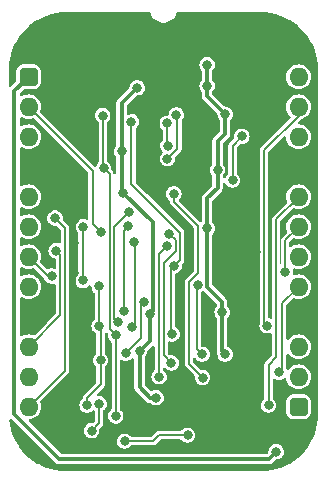
<source format=gbl>
%TF.GenerationSoftware,KiCad,Pcbnew,8.0.3*%
%TF.CreationDate,2024-07-02T09:09:50+02:00*%
%TF.ProjectId,SD Card Clock,53442043-6172-4642-9043-6c6f636b2e6b,V0*%
%TF.SameCoordinates,PX54c81a0PY37b6b20*%
%TF.FileFunction,Copper,L2,Bot*%
%TF.FilePolarity,Positive*%
%FSLAX46Y46*%
G04 Gerber Fmt 4.6, Leading zero omitted, Abs format (unit mm)*
G04 Created by KiCad (PCBNEW 8.0.3) date 2024-07-02 09:09:50*
%MOMM*%
%LPD*%
G01*
G04 APERTURE LIST*
G04 Aperture macros list*
%AMRoundRect*
0 Rectangle with rounded corners*
0 $1 Rounding radius*
0 $2 $3 $4 $5 $6 $7 $8 $9 X,Y pos of 4 corners*
0 Add a 4 corners polygon primitive as box body*
4,1,4,$2,$3,$4,$5,$6,$7,$8,$9,$2,$3,0*
0 Add four circle primitives for the rounded corners*
1,1,$1+$1,$2,$3*
1,1,$1+$1,$4,$5*
1,1,$1+$1,$6,$7*
1,1,$1+$1,$8,$9*
0 Add four rect primitives between the rounded corners*
20,1,$1+$1,$2,$3,$4,$5,0*
20,1,$1+$1,$4,$5,$6,$7,0*
20,1,$1+$1,$6,$7,$8,$9,0*
20,1,$1+$1,$8,$9,$2,$3,0*%
G04 Aperture macros list end*
%TA.AperFunction,ComponentPad*%
%ADD10RoundRect,0.400000X-0.400000X-0.400000X0.400000X-0.400000X0.400000X0.400000X-0.400000X0.400000X0*%
%TD*%
%TA.AperFunction,ComponentPad*%
%ADD11O,1.600000X1.600000*%
%TD*%
%TA.AperFunction,ComponentPad*%
%ADD12R,1.600000X1.600000*%
%TD*%
%TA.AperFunction,ViaPad*%
%ADD13C,0.800000*%
%TD*%
%TA.AperFunction,Conductor*%
%ADD14C,0.200000*%
%TD*%
%TA.AperFunction,Conductor*%
%ADD15C,0.380000*%
%TD*%
G04 APERTURE END LIST*
D10*
%TO.P,J2,1,Pin_1*%
%TO.N,5V*%
X0Y0D03*
D11*
%TO.P,J2,2,Pin_2*%
%TO.N,~{Stop Funk}*%
X0Y-2540000D03*
%TO.P,J2,3,Pin_3*%
%TO.N,unconnected-(J2-Pin_3-Pad3)*%
X0Y-5080000D03*
D12*
%TO.P,J2,4,Pin_4*%
%TO.N,GND*%
X0Y-7620000D03*
D11*
%TO.P,J2,5,Pin_5*%
%TO.N,Fast CLK*%
X0Y-10160000D03*
%TO.P,J2,6,Pin_6*%
%TO.N,unconnected-(J2-Pin_6-Pad6)*%
X0Y-12700000D03*
%TO.P,J2,7,Pin_7*%
%TO.N,D3*%
X0Y-15240000D03*
%TO.P,J2,8,Pin_8*%
%TO.N,D2*%
X0Y-17780000D03*
D12*
%TO.P,J2,9,Pin_9*%
%TO.N,GND*%
X0Y-20320000D03*
D11*
%TO.P,J2,10,Pin_10*%
%TO.N,D1*%
X0Y-22860000D03*
%TO.P,J2,11,Pin_11*%
%TO.N,D0*%
X0Y-25400000D03*
%TO.P,J2,12,Pin_12*%
%TO.N,~{Reset}*%
X0Y-27940000D03*
D10*
%TO.P,J2,13,Pin_13*%
%TO.N,5V*%
X22860000Y-27940000D03*
D11*
%TO.P,J2,14,Pin_14*%
%TO.N,unconnected-(J2-Pin_14-Pad14)*%
X22860000Y-25400000D03*
%TO.P,J2,15,Pin_15*%
%TO.N,~{Write Clock Speed Select}*%
X22860000Y-22860000D03*
D12*
%TO.P,J2,16,Pin_16*%
%TO.N,GND*%
X22860000Y-20320000D03*
D11*
%TO.P,J2,17,Pin_17*%
%TO.N,Second Half CLK_{Dragged2}*%
X22860000Y-17780000D03*
%TO.P,J2,18,Pin_18*%
%TO.N,Second Half CLK*%
X22860000Y-15240000D03*
%TO.P,J2,19,Pin_19*%
%TO.N,First Half CLK*%
X22860000Y-12700000D03*
%TO.P,J2,20,Pin_20*%
%TO.N,~{Second Half CLK}_{Dragged1}*%
X22860000Y-10160000D03*
D12*
%TO.P,J2,21,Pin_21*%
%TO.N,GND*%
X22860000Y-7620000D03*
D11*
%TO.P,J2,22,Pin_22*%
%TO.N,SD CLK*%
X22860000Y-5080000D03*
%TO.P,J2,23,Pin_23*%
%TO.N,Write Clock Speed Select*%
X22860000Y-2540000D03*
%TO.P,J2,24,Pin_24*%
%TO.N,3.3V*%
X22860000Y0D03*
%TD*%
D13*
%TO.N,/CLK_{M{slash}2}*%
X12508233Y-3226827D03*
X11766086Y-6948583D03*
%TO.N,/CLK_{M{slash}4}*%
X11745472Y-3948423D03*
X11805584Y-5848423D03*
%TO.N,Fast CLK*%
X6350000Y-7747000D03*
X6280996Y-3290000D03*
X7378544Y-21900830D03*
X7378549Y-28714551D03*
%TO.N,3.3V*%
X16002000Y-7874000D03*
X7874000Y-6324000D03*
X16655028Y-23495001D03*
X15113000Y1016000D03*
X9194970Y-932970D03*
X16382994Y-19939000D03*
X8037999Y-9815999D03*
X10795008Y-27178000D03*
X9396971Y-23256000D03*
X10269530Y-20066000D03*
X16637000Y-3175000D03*
X15113000Y-761996D03*
X15120680Y-12829018D03*
%TO.N,GND*%
X14766680Y-8030015D03*
X12972837Y-12300159D03*
X3810000Y-16637000D03*
X10160000Y-8890000D03*
X19177000Y-19685000D03*
X12859616Y-16967104D03*
X13998145Y-11274855D03*
X15582000Y-4064000D03*
X12808971Y-23495000D03*
X19261500Y-14816500D03*
X19177000Y-24130000D03*
X12827000Y-19939000D03*
X4191010Y-18669000D03*
X9004416Y3078549D03*
X3810000Y-14097000D03*
X3178109Y-3736230D03*
X3810006Y-9906000D03*
X13589000Y-25781000D03*
X19732000Y-3730000D03*
X14478000Y-31496000D03*
X4682000Y-25145994D03*
X4486852Y-31373175D03*
X10160000Y635000D03*
X13843000Y4307000D03*
%TO.N,5V*%
X20954996Y-31750000D03*
%TO.N,~{Reset}*%
X2241353Y-11970226D03*
%TO.N,/CLK ~{OE}*%
X14731998Y-25465001D03*
X12306536Y-9915621D03*
%TO.N,/~{Reset Transmit}*%
X8763000Y-21150830D03*
X8890000Y-13970000D03*
%TO.N,/Write Clock Speed Select_{1}*%
X12102318Y-24249656D03*
X11903436Y-13305074D03*
%TO.N,/CLK OE*%
X8714000Y-3810000D03*
X12318999Y-16002001D03*
X12157000Y-21783631D03*
%TO.N,/~{Reset Clock Flop}*%
X8464984Y-12661682D03*
X8061150Y-19872150D03*
%TO.N,~{Second Half CLK}_{Dragged1}*%
X20320006Y-27813000D03*
X13462000Y-30353000D03*
X8128000Y-30861002D03*
%TO.N,D1*%
X2342626Y-14732000D03*
%TO.N,D0*%
X11049000Y-25400000D03*
X11727937Y-14351000D03*
%TO.N,D3*%
X1958144Y-16882518D03*
%TO.N,SD CLK*%
X17272000Y-8763000D03*
X8509000Y-11430000D03*
X7593436Y-20807913D03*
X18062145Y-5051855D03*
%TO.N,~{Write Clock Speed Select}*%
X4650000Y-12700000D03*
X14327000Y-17646000D03*
X14707502Y-23495000D03*
X4603206Y-17245958D03*
%TO.N,Second Half CLK*%
X5977472Y-21103297D03*
X5969000Y-17750068D03*
X6096000Y-24006000D03*
X4953000Y-27813000D03*
%TO.N,First Half CLK*%
X9751000Y-19107468D03*
X8255000Y-23408013D03*
X21717000Y-16510000D03*
%TO.N,~{Stop Funk}*%
X6108000Y-13152000D03*
%TO.N,Write Clock Speed Select*%
X20193000Y-21082000D03*
%TO.N,Second Half CLK_{Dragged2}*%
X21209000Y-25019000D03*
%TO.N,/Second Half CLK_{Dragged1}*%
X5334000Y-29972000D03*
X5969000Y-27686000D03*
%TD*%
D14*
%TO.N,/CLK_{M{slash}2}*%
X12612361Y-6102308D02*
X12612361Y-3330955D01*
X11766086Y-6948583D02*
X12612361Y-6102308D01*
X12612361Y-3330955D02*
X12508233Y-3226827D01*
%TO.N,/CLK_{M{slash}4}*%
X11745472Y-5788311D02*
X11745472Y-3948423D01*
X11805584Y-5848423D02*
X11745472Y-5788311D01*
%TO.N,Fast CLK*%
X7378544Y-21900830D02*
X7378544Y-28714546D01*
X6280996Y-3290000D02*
X6280996Y-7677996D01*
X6858000Y-21380286D02*
X7378544Y-21900830D01*
X7378544Y-28714546D02*
X7378549Y-28714551D01*
X6280996Y-7677996D02*
X6350000Y-7747000D01*
X6858000Y-8255000D02*
X6858000Y-21380286D01*
X6350000Y-7747000D02*
X6858000Y-8255000D01*
D15*
%TO.N,3.3V*%
X10269530Y-20066000D02*
X10541000Y-19794530D01*
X10287000Y-27178000D02*
X10795008Y-27178000D01*
X10541000Y-12319000D02*
X8037999Y-9815999D01*
X10541000Y-19794530D02*
X10541000Y-12319000D01*
X16002000Y-9398000D02*
X16002000Y-7874000D01*
X15113000Y-1651000D02*
X16637000Y-3175000D01*
X7874000Y-6324000D02*
X7874000Y-2253940D01*
X15120680Y-12829018D02*
X15120680Y-17787680D01*
X15120680Y-10279320D02*
X16002000Y-9398000D01*
X16002000Y-5461000D02*
X16637000Y-4826000D01*
X16002000Y-7874000D02*
X16002000Y-5461000D01*
X16382994Y-23222967D02*
X16382994Y-19939000D01*
X9396971Y-23256000D02*
X10269530Y-22383441D01*
X7874000Y-9652000D02*
X8037999Y-9815999D01*
X7874000Y-2253940D02*
X9194970Y-932970D01*
X9396971Y-26287971D02*
X10287000Y-27178000D01*
X15113000Y-761996D02*
X15113000Y-1651000D01*
X9396971Y-23256000D02*
X9396971Y-26287971D01*
X16655028Y-23495001D02*
X16382994Y-23222967D01*
X15120680Y-12829018D02*
X15120680Y-10279320D01*
X16382994Y-19049994D02*
X16382994Y-19939000D01*
X16637000Y-4826000D02*
X16637000Y-3175000D01*
X15120680Y-17787680D02*
X16382994Y-19049994D01*
X7874000Y-6324000D02*
X7874000Y-9652000D01*
X15113000Y1016000D02*
X15113000Y-761996D01*
X10269530Y-22383441D02*
X10269530Y-20066000D01*
%TO.N,GND*%
X14097000Y-26289000D02*
X14478000Y-26670000D01*
X3178109Y-2747758D02*
X9004416Y3078549D01*
X0Y-7620000D02*
X1524006Y-7620000D01*
X14766680Y-8030015D02*
X13462002Y-9334693D01*
X10160000Y635000D02*
X10160000Y1922965D01*
X3178109Y-3736230D02*
X3178109Y-2747758D01*
X19177000Y-19685000D02*
X19177000Y-24130000D01*
X4113000Y-25714994D02*
X4113000Y-30999323D01*
X15582000Y-3898000D02*
X15582000Y-4064000D01*
X12808971Y-23495000D02*
X12942318Y-23628347D01*
X12808159Y-12300159D02*
X12972837Y-12300159D01*
X14478000Y-26670000D02*
X16637000Y-26670000D01*
X13462002Y-10738712D02*
X13462002Y-9334693D01*
X10160000Y-8890000D02*
X10160000Y635000D01*
X4113000Y-30999323D02*
X4486852Y-31373175D01*
X12808971Y-23495000D02*
X13081000Y-23222971D01*
X13462002Y-9334693D02*
X12890693Y-9334693D01*
X12827000Y-16999720D02*
X12859616Y-16967104D01*
X13589000Y-12916322D02*
X12972837Y-12300159D01*
X12942318Y-23628347D02*
X12942318Y-25134318D01*
X13589000Y-16237720D02*
X13589000Y-12916322D01*
X3810000Y-14097000D02*
X3810000Y-9906006D01*
X19261500Y-19600500D02*
X19177000Y-19685000D01*
X3810000Y-18287990D02*
X4191010Y-18669000D01*
X12942318Y-25134318D02*
X13589000Y-25781000D01*
X13998145Y-11274855D02*
X13462002Y-10738712D01*
X12859616Y-16967104D02*
X13589000Y-16237720D01*
X12446000Y-8890000D02*
X10160000Y-8890000D01*
X3810000Y-16637000D02*
X3810000Y-18287990D01*
X4682000Y-25145994D02*
X4113000Y-25714994D01*
X12827000Y-19939000D02*
X12827000Y-21336000D01*
X1524006Y-7620000D02*
X3810006Y-9906000D01*
X19261500Y-14816500D02*
X19261500Y-19600500D01*
X12827000Y-19939000D02*
X12827000Y-16999720D01*
X12827000Y-21336000D02*
X13081000Y-21590000D01*
X19261500Y-14816500D02*
X19261500Y-4200500D01*
X16637000Y-26670000D02*
X19177000Y-24130000D01*
X13081000Y-23222971D02*
X13081000Y-21590000D01*
X10160000Y-9652000D02*
X12808159Y-12300159D01*
X19261500Y-4200500D02*
X19732000Y-3730000D01*
X3810000Y-16637000D02*
X3810000Y-14097000D01*
X4682000Y-19159990D02*
X4191010Y-18669000D01*
X13843000Y-2159000D02*
X15582000Y-3898000D01*
X10160000Y-8890000D02*
X10160000Y-9652000D01*
X14766680Y-8030015D02*
X14766680Y-4879320D01*
X3810000Y-9906006D02*
X3810006Y-9906000D01*
X13589000Y-25781000D02*
X14097000Y-26289000D01*
X14766680Y-4879320D02*
X15582000Y-4064000D01*
X13843000Y4307000D02*
X13843000Y-2159000D01*
X10160000Y1922965D02*
X9004416Y3078549D01*
X12890693Y-9334693D02*
X12446000Y-8890000D01*
X14478000Y-26670000D02*
X14478000Y-31496000D01*
X4682000Y-25145994D02*
X4682000Y-19159990D01*
%TO.N,5V*%
X0Y0D02*
X-1190000Y-1190000D01*
X20319996Y-32385000D02*
X20954996Y-31750000D01*
X-1190000Y-1190000D02*
X-1190000Y-28596000D01*
X2599000Y-32385000D02*
X20319996Y-32385000D01*
X-1190000Y-28596000D02*
X2599000Y-32385000D01*
D14*
%TO.N,~{Reset}*%
X3060000Y-24880000D02*
X0Y-27940000D01*
X3060000Y-12788873D02*
X3060000Y-24880000D01*
X2241353Y-11970226D02*
X3060000Y-12788873D01*
%TO.N,/CLK ~{OE}*%
X14351000Y-16625000D02*
X13577000Y-17399000D01*
X12306536Y-9915621D02*
X12306536Y-10573197D01*
X13577000Y-17399000D02*
X13577000Y-24310003D01*
X14351000Y-12617661D02*
X14351000Y-16625000D01*
X12306536Y-10573197D02*
X14351000Y-12617661D01*
X13577000Y-24310003D02*
X14731998Y-25465001D01*
%TO.N,/~{Reset Transmit}*%
X8890000Y-13970000D02*
X9017000Y-14097000D01*
X9017000Y-14097000D02*
X9017000Y-20896830D01*
X9017000Y-20896830D02*
X8763000Y-21150830D01*
%TO.N,/Write Clock Speed Select_{1}*%
X11431000Y-15791661D02*
X11431000Y-23578338D01*
X12446000Y-14776661D02*
X11431000Y-15791661D01*
X11903436Y-13305074D02*
X12446000Y-13847638D01*
X12446000Y-13847638D02*
X12446000Y-14776661D01*
X11431000Y-23578338D02*
X12102318Y-24249656D01*
%TO.N,/CLK OE*%
X8714000Y-9101983D02*
X12846000Y-13233983D01*
X12077000Y-21703631D02*
X12077000Y-16244000D01*
X12157000Y-21783631D02*
X12077000Y-21703631D01*
X12846000Y-13233983D02*
X12846000Y-15475000D01*
X8714000Y-3810000D02*
X8714000Y-9101983D01*
X12846000Y-15475000D02*
X12318999Y-16002001D01*
X12077000Y-16244000D02*
X12318999Y-16002001D01*
%TO.N,/~{Reset Clock Flop}*%
X8061150Y-13065516D02*
X8464984Y-12661682D01*
X8061150Y-19872150D02*
X8061150Y-13065516D01*
%TO.N,~{Second Half CLK}_{Dragged1}*%
X8128000Y-30861002D02*
X10540998Y-30861002D01*
X10540998Y-30861002D02*
X11049000Y-30353000D01*
X22860000Y-10160000D02*
X20955000Y-12065000D01*
X20320006Y-24383994D02*
X20320006Y-27813000D01*
X20955000Y-12065000D02*
X20955000Y-23749000D01*
X11049000Y-30353000D02*
X13462000Y-30353000D01*
X20955000Y-23749000D02*
X20320006Y-24383994D01*
%TO.N,D1*%
X2660000Y-15049374D02*
X2342626Y-14732000D01*
X0Y-22860000D02*
X2660000Y-20200000D01*
X2660000Y-20200000D02*
X2660000Y-15049374D01*
%TO.N,D0*%
X11031000Y-15047937D02*
X11031000Y-25382000D01*
X11031000Y-25382000D02*
X11049000Y-25400000D01*
X11727937Y-14351000D02*
X11031000Y-15047937D01*
%TO.N,D3*%
X0Y-15240000D02*
X1642518Y-16882518D01*
X1642518Y-16882518D02*
X1958144Y-16882518D01*
%TO.N,SD CLK*%
X7593436Y-20807913D02*
X7258000Y-20472477D01*
X18062145Y-5051855D02*
X17272000Y-5842000D01*
X7258000Y-20472477D02*
X7258000Y-12681000D01*
X7258000Y-12681000D02*
X8509000Y-11430000D01*
X17272000Y-5842000D02*
X17272000Y-8763000D01*
%TO.N,~{Write Clock Speed Select}*%
X4572000Y-17214752D02*
X4572000Y-12778000D01*
X14224000Y-17749000D02*
X14327000Y-17646000D01*
X4572000Y-12778000D02*
X4650000Y-12700000D01*
X4603206Y-17245958D02*
X4572000Y-17214752D01*
X14224000Y-23011498D02*
X14224000Y-17749000D01*
X14707502Y-23495000D02*
X14224000Y-23011498D01*
%TO.N,Second Half CLK*%
X4953000Y-27813000D02*
X4953000Y-27178000D01*
X6096000Y-21221825D02*
X5977472Y-21103297D01*
X5977472Y-21103297D02*
X5977472Y-17758540D01*
X6096000Y-24006000D02*
X6096000Y-21221825D01*
X6096000Y-26035000D02*
X6096000Y-24006000D01*
X4953000Y-27178000D02*
X6096000Y-26035000D01*
X5977472Y-17758540D02*
X5969000Y-17750068D01*
%TO.N,First Half CLK*%
X22860000Y-12700000D02*
X21717000Y-13843000D01*
X9519530Y-19338938D02*
X9519530Y-22143483D01*
X21717000Y-13843000D02*
X21717000Y-16510000D01*
X9519530Y-22143483D02*
X8255000Y-23408013D01*
X9751000Y-19107468D02*
X9519530Y-19338938D01*
%TO.N,~{Stop Funk}*%
X0Y-2540000D02*
X5419739Y-7959739D01*
X5419739Y-7959739D02*
X5419739Y-12463739D01*
X5419739Y-12463739D02*
X6108000Y-13152000D01*
%TO.N,Write Clock Speed Select*%
X19961346Y-6200654D02*
X22860000Y-3302000D01*
X20193000Y-21082000D02*
X19961346Y-20850346D01*
X19961346Y-20850346D02*
X19961346Y-6200654D01*
X22860000Y-3302000D02*
X22860000Y-2540000D01*
%TO.N,Second Half CLK_{Dragged2}*%
X21463000Y-19177000D02*
X21463000Y-24765000D01*
X22860000Y-17780000D02*
X21463000Y-19177000D01*
X21463000Y-24765000D02*
X21209000Y-25019000D01*
%TO.N,/Second Half CLK_{Dragged1}*%
X5969000Y-29337000D02*
X5334000Y-29972000D01*
X5969000Y-27686000D02*
X5969000Y-29337000D01*
%TD*%
%TA.AperFunction,Conductor*%
%TO.N,GND*%
G36*
X-1431049Y-28981488D02*
G01*
X-1411644Y-28997317D01*
X1524000Y-31932961D01*
X1524000Y-33113280D01*
X1518212Y-33111174D01*
X1138963Y-32954083D01*
X1129159Y-32949511D01*
X890935Y-32825500D01*
X765042Y-32759964D01*
X755686Y-32754563D01*
X442479Y-32555027D01*
X409483Y-32534006D01*
X400622Y-32527802D01*
X74949Y-32277905D01*
X66662Y-32270951D01*
X-235981Y-31993629D01*
X-243630Y-31985980D01*
X-520952Y-31683337D01*
X-527906Y-31675050D01*
X-777803Y-31349377D01*
X-784007Y-31340516D01*
X-806037Y-31305936D01*
X-1004568Y-30994305D01*
X-1009961Y-30984965D01*
X-1199515Y-30620834D01*
X-1204084Y-30611036D01*
X-1361180Y-30231775D01*
X-1364869Y-30221640D01*
X-1488318Y-29830111D01*
X-1491107Y-29819699D01*
X-1579962Y-29418898D01*
X-1581834Y-29408279D01*
X-1622264Y-29101182D01*
X-1611498Y-29032148D01*
X-1565118Y-28979892D01*
X-1497849Y-28961007D01*
X-1431049Y-28981488D01*
G37*
%TD.AperFunction*%
%TA.AperFunction,Conductor*%
G36*
X1524000Y-30687039D02*
G01*
X32944Y-29195983D01*
X-541Y-29134660D01*
X4443Y-29064968D01*
X46315Y-29009035D01*
X108469Y-28984899D01*
X205934Y-28975300D01*
X403954Y-28915232D01*
X586450Y-28817685D01*
X746410Y-28686410D01*
X877685Y-28526450D01*
X975232Y-28343954D01*
X1035300Y-28145934D01*
X1055583Y-27940000D01*
X1035300Y-27734066D01*
X979210Y-27549163D01*
X978588Y-27479298D01*
X1010189Y-27425491D01*
X1524000Y-26911681D01*
X1524000Y-30687039D01*
G37*
%TD.AperFunction*%
%TA.AperFunction,Conductor*%
G36*
X-567050Y-16128054D02*
G01*
X-403954Y-16215232D01*
X-205934Y-16275300D01*
X-205935Y-16275300D01*
X-187471Y-16277118D01*
X0Y-16295583D01*
X205934Y-16275300D01*
X390836Y-16219210D01*
X460701Y-16218588D01*
X514510Y-16250191D01*
X1314235Y-17049916D01*
X1342496Y-17093625D01*
X1377925Y-17187043D01*
X1422792Y-17252044D01*
X1467661Y-17317048D01*
X1524000Y-17366959D01*
X1524000Y-20840316D01*
X514508Y-21849808D01*
X453185Y-21883293D01*
X390833Y-21880788D01*
X205934Y-21824700D01*
X205932Y-21824699D01*
X205934Y-21824699D01*
X0Y-21804417D01*
X-205933Y-21824699D01*
X-403959Y-21884769D01*
X-567047Y-21971943D01*
X-635449Y-21986185D01*
X-700693Y-21961185D01*
X-742064Y-21904880D01*
X-749500Y-21862585D01*
X-749500Y-18777414D01*
X-729815Y-18710375D01*
X-677011Y-18664620D01*
X-607853Y-18654676D01*
X-567050Y-18668054D01*
X-403954Y-18755232D01*
X-205934Y-18815300D01*
X-205935Y-18815300D01*
X-187471Y-18817118D01*
X0Y-18835583D01*
X205934Y-18815300D01*
X403954Y-18755232D01*
X586450Y-18657685D01*
X746410Y-18526410D01*
X877685Y-18366450D01*
X975232Y-18183954D01*
X1035300Y-17985934D01*
X1055583Y-17780000D01*
X1035300Y-17574066D01*
X975232Y-17376046D01*
X877685Y-17193550D01*
X775256Y-17068739D01*
X746410Y-17033589D01*
X628677Y-16936969D01*
X586450Y-16902315D01*
X403954Y-16804768D01*
X205934Y-16744700D01*
X205932Y-16744699D01*
X205934Y-16744699D01*
X0Y-16724417D01*
X-205933Y-16744699D01*
X-403959Y-16804769D01*
X-567047Y-16891943D01*
X-635449Y-16906185D01*
X-700693Y-16881185D01*
X-742064Y-16824880D01*
X-749500Y-16782585D01*
X-749500Y-16237414D01*
X-729815Y-16170375D01*
X-677011Y-16124620D01*
X-607853Y-16114676D01*
X-567050Y-16128054D01*
G37*
%TD.AperFunction*%
%TA.AperFunction,Conductor*%
G36*
X-567050Y-3428054D02*
G01*
X-403954Y-3515232D01*
X-205934Y-3575300D01*
X-205935Y-3575300D01*
X-187471Y-3577118D01*
X0Y-3595583D01*
X205934Y-3575300D01*
X390836Y-3519210D01*
X460699Y-3518588D01*
X514509Y-3550191D01*
X1524000Y-4559681D01*
X1524000Y-16268319D01*
X1010191Y-15754510D01*
X976706Y-15693187D01*
X979210Y-15630837D01*
X1035300Y-15445934D01*
X1055583Y-15240000D01*
X1035300Y-15034066D01*
X975232Y-14836046D01*
X877685Y-14653550D01*
X825702Y-14590209D01*
X746410Y-14493589D01*
X628677Y-14396969D01*
X586450Y-14362315D01*
X403954Y-14264768D01*
X205934Y-14204700D01*
X205932Y-14204699D01*
X205934Y-14204699D01*
X0Y-14184417D01*
X-205933Y-14204699D01*
X-403959Y-14264769D01*
X-567047Y-14351943D01*
X-635449Y-14366185D01*
X-700693Y-14341185D01*
X-742064Y-14284880D01*
X-749500Y-14242585D01*
X-749500Y-13697414D01*
X-729815Y-13630375D01*
X-677011Y-13584620D01*
X-607853Y-13574676D01*
X-567050Y-13588054D01*
X-403954Y-13675232D01*
X-205934Y-13735300D01*
X-205935Y-13735300D01*
X-187471Y-13737118D01*
X0Y-13755583D01*
X205934Y-13735300D01*
X403954Y-13675232D01*
X586450Y-13577685D01*
X746410Y-13446410D01*
X877685Y-13286450D01*
X975232Y-13103954D01*
X1035300Y-12905934D01*
X1055583Y-12700000D01*
X1035300Y-12494066D01*
X975232Y-12296046D01*
X877685Y-12113550D01*
X825702Y-12050209D01*
X746410Y-11953589D01*
X628677Y-11856969D01*
X586450Y-11822315D01*
X403954Y-11724768D01*
X205934Y-11664700D01*
X205932Y-11664699D01*
X205934Y-11664699D01*
X0Y-11644417D01*
X-205933Y-11664699D01*
X-403959Y-11724769D01*
X-567047Y-11811943D01*
X-635449Y-11826185D01*
X-700693Y-11801185D01*
X-742064Y-11744880D01*
X-749500Y-11702585D01*
X-749500Y-11157414D01*
X-729815Y-11090375D01*
X-677011Y-11044620D01*
X-607853Y-11034676D01*
X-567050Y-11048054D01*
X-403954Y-11135232D01*
X-205934Y-11195300D01*
X-205935Y-11195300D01*
X-187471Y-11197118D01*
X0Y-11215583D01*
X205934Y-11195300D01*
X403954Y-11135232D01*
X586450Y-11037685D01*
X746410Y-10906410D01*
X877685Y-10746450D01*
X975232Y-10563954D01*
X1035300Y-10365934D01*
X1055583Y-10160000D01*
X1035300Y-9954066D01*
X975232Y-9756046D01*
X877685Y-9573550D01*
X825702Y-9510209D01*
X746410Y-9413589D01*
X628677Y-9316969D01*
X586450Y-9282315D01*
X403954Y-9184768D01*
X205934Y-9124700D01*
X205932Y-9124699D01*
X205934Y-9124699D01*
X0Y-9104417D01*
X-205933Y-9124699D01*
X-403959Y-9184769D01*
X-567047Y-9271943D01*
X-635449Y-9286185D01*
X-700693Y-9261185D01*
X-742064Y-9204880D01*
X-749500Y-9162585D01*
X-749500Y-6077414D01*
X-729815Y-6010375D01*
X-677011Y-5964620D01*
X-607853Y-5954676D01*
X-567050Y-5968054D01*
X-403954Y-6055232D01*
X-205934Y-6115300D01*
X-205935Y-6115300D01*
X-187471Y-6117118D01*
X0Y-6135583D01*
X205934Y-6115300D01*
X403954Y-6055232D01*
X586450Y-5957685D01*
X746410Y-5826410D01*
X877685Y-5666450D01*
X975232Y-5483954D01*
X1035300Y-5285934D01*
X1055583Y-5080000D01*
X1035300Y-4874066D01*
X975232Y-4676046D01*
X877685Y-4493550D01*
X825702Y-4430209D01*
X746410Y-4333589D01*
X628677Y-4236969D01*
X586450Y-4202315D01*
X403954Y-4104768D01*
X205934Y-4044700D01*
X205932Y-4044699D01*
X205934Y-4044699D01*
X0Y-4024417D01*
X-205933Y-4044699D01*
X-403959Y-4104769D01*
X-567047Y-4191943D01*
X-635449Y-4206185D01*
X-700693Y-4181185D01*
X-742064Y-4124880D01*
X-749500Y-4082585D01*
X-749500Y-3537414D01*
X-729815Y-3470375D01*
X-677011Y-3424620D01*
X-607853Y-3414676D01*
X-567050Y-3428054D01*
G37*
%TD.AperFunction*%
%TA.AperFunction,Conductor*%
G36*
X1524000Y-3568318D02*
G01*
X1010191Y-3054509D01*
X976706Y-2993186D01*
X979210Y-2930837D01*
X1035300Y-2745934D01*
X1055583Y-2540000D01*
X1035300Y-2334066D01*
X975232Y-2136046D01*
X877685Y-1953550D01*
X825702Y-1890209D01*
X746410Y-1793589D01*
X628677Y-1696969D01*
X586450Y-1662315D01*
X403954Y-1564768D01*
X205934Y-1504700D01*
X205932Y-1504699D01*
X205934Y-1504699D01*
X0Y-1484417D01*
X-205933Y-1504699D01*
X-403959Y-1564769D01*
X-567047Y-1651943D01*
X-635449Y-1666185D01*
X-700693Y-1641185D01*
X-742064Y-1584880D01*
X-749500Y-1542585D01*
X-749500Y-1423823D01*
X-729815Y-1356784D01*
X-713181Y-1336142D01*
X-463858Y-1086819D01*
X-402535Y-1053334D01*
X-376177Y-1050500D01*
X465686Y-1050500D01*
X465694Y-1050500D01*
X502569Y-1047598D01*
X502571Y-1047597D01*
X502573Y-1047597D01*
X544191Y-1035505D01*
X660398Y-1001744D01*
X801865Y-918081D01*
X918081Y-801865D01*
X1001744Y-660398D01*
X1047598Y-502569D01*
X1050500Y-465694D01*
X1050500Y465694D01*
X1047598Y502569D01*
X1001744Y660398D01*
X918081Y801865D01*
X918079Y801867D01*
X918076Y801871D01*
X801870Y918077D01*
X801862Y918083D01*
X660396Y1001745D01*
X660393Y1001746D01*
X502573Y1047598D01*
X502567Y1047599D01*
X465701Y1050500D01*
X465694Y1050500D01*
X-465694Y1050500D01*
X-465702Y1050500D01*
X-502568Y1047599D01*
X-502574Y1047598D01*
X-660394Y1001746D01*
X-660397Y1001745D01*
X-801863Y918083D01*
X-801871Y918077D01*
X-918077Y801871D01*
X-918083Y801863D01*
X-1001745Y660397D01*
X-1001746Y660394D01*
X-1047598Y502574D01*
X-1047599Y502568D01*
X-1050500Y465702D01*
X-1050500Y-376177D01*
X-1070185Y-443216D01*
X-1086819Y-463858D01*
X-1442819Y-819858D01*
X-1504142Y-853343D01*
X-1573834Y-848359D01*
X-1629767Y-806487D01*
X-1654184Y-741023D01*
X-1654500Y-732177D01*
X-1654500Y632294D01*
X-1654382Y637703D01*
X-1653391Y660398D01*
X-1636358Y1050536D01*
X-1635418Y1061268D01*
X-1581834Y1468284D01*
X-1579963Y1478895D01*
X-1491106Y1879706D01*
X-1488319Y1890106D01*
X-1364867Y2281648D01*
X-1361183Y2291769D01*
X-1204078Y2671052D01*
X-1199520Y2680826D01*
X-1009956Y3044976D01*
X-1004574Y3054297D01*
X-784001Y3400527D01*
X-777810Y3409370D01*
X-527899Y3735060D01*
X-520961Y3743329D01*
X-243620Y4045992D01*
X-235992Y4053620D01*
X66671Y4330961D01*
X74940Y4337899D01*
X400630Y4587810D01*
X409473Y4594001D01*
X755703Y4814574D01*
X765024Y4819956D01*
X1129174Y5009520D01*
X1138948Y5014078D01*
X1518224Y5171180D01*
X1524000Y5173282D01*
X1524000Y-3568318D01*
G37*
%TD.AperFunction*%
%TD*%
%TA.AperFunction,Conductor*%
%TO.N,GND*%
G36*
X21341782Y5171177D02*
G01*
X21721042Y5014081D01*
X21730834Y5009515D01*
X22094965Y4819961D01*
X22104305Y4814568D01*
X22428511Y4608026D01*
X22450516Y4594007D01*
X22459377Y4587803D01*
X22785050Y4337906D01*
X22793337Y4330952D01*
X23095980Y4053630D01*
X23103629Y4045981D01*
X23380951Y3743338D01*
X23387905Y3735051D01*
X23637802Y3409378D01*
X23644006Y3400517D01*
X23864559Y3054320D01*
X23869968Y3044952D01*
X24059511Y2680841D01*
X24064083Y2671037D01*
X24221173Y2291791D01*
X24224872Y2281628D01*
X24264077Y2157285D01*
X24348311Y1890131D01*
X24351111Y1879681D01*
X24439958Y1478916D01*
X24441836Y1468263D01*
X24495415Y1061289D01*
X24496358Y1050513D01*
X24514382Y637703D01*
X24514500Y632294D01*
X24514500Y-28572293D01*
X24514382Y-28577702D01*
X24496358Y-28990512D01*
X24495415Y-29001288D01*
X24441836Y-29408262D01*
X24439958Y-29418915D01*
X24351111Y-29819680D01*
X24348311Y-29830130D01*
X24224873Y-30221625D01*
X24221173Y-30231790D01*
X24064083Y-30611036D01*
X24059511Y-30620840D01*
X23869968Y-30984951D01*
X23864559Y-30994319D01*
X23644006Y-31340516D01*
X23637802Y-31349377D01*
X23387905Y-31675050D01*
X23380951Y-31683337D01*
X23103629Y-31985980D01*
X23095980Y-31993629D01*
X22793337Y-32270951D01*
X22785050Y-32277905D01*
X22459377Y-32527802D01*
X22450516Y-32534006D01*
X22104319Y-32754559D01*
X22094951Y-32759968D01*
X21730840Y-32949511D01*
X21721036Y-32954083D01*
X21341787Y-33111174D01*
X21336000Y-33113280D01*
X21336000Y-32281518D01*
X21445479Y-32184530D01*
X21535216Y-32054523D01*
X21591233Y-31906818D01*
X21610274Y-31750000D01*
X21601174Y-31675050D01*
X21591233Y-31593181D01*
X21569988Y-31537164D01*
X21535216Y-31445477D01*
X21445479Y-31315470D01*
X21336000Y-31218481D01*
X21336000Y-27474298D01*
X21809500Y-27474298D01*
X21809500Y-28405701D01*
X21812401Y-28442567D01*
X21812402Y-28442573D01*
X21858254Y-28600393D01*
X21858255Y-28600396D01*
X21941917Y-28741862D01*
X21941923Y-28741870D01*
X22058129Y-28858076D01*
X22058133Y-28858079D01*
X22058135Y-28858081D01*
X22199602Y-28941744D01*
X22241224Y-28953836D01*
X22357426Y-28987597D01*
X22357429Y-28987597D01*
X22357431Y-28987598D01*
X22394306Y-28990500D01*
X22394314Y-28990500D01*
X23325686Y-28990500D01*
X23325694Y-28990500D01*
X23362569Y-28987598D01*
X23362571Y-28987597D01*
X23362573Y-28987597D01*
X23404191Y-28975505D01*
X23520398Y-28941744D01*
X23661865Y-28858081D01*
X23778081Y-28741865D01*
X23861744Y-28600398D01*
X23907598Y-28442569D01*
X23910500Y-28405694D01*
X23910500Y-27474306D01*
X23907598Y-27437431D01*
X23861744Y-27279602D01*
X23778081Y-27138135D01*
X23778079Y-27138133D01*
X23778076Y-27138129D01*
X23661870Y-27021923D01*
X23661862Y-27021917D01*
X23520396Y-26938255D01*
X23520393Y-26938254D01*
X23362573Y-26892402D01*
X23362567Y-26892401D01*
X23325701Y-26889500D01*
X23325694Y-26889500D01*
X22394306Y-26889500D01*
X22394298Y-26889500D01*
X22357432Y-26892401D01*
X22357426Y-26892402D01*
X22199606Y-26938254D01*
X22199603Y-26938255D01*
X22058137Y-27021917D01*
X22058129Y-27021923D01*
X21941923Y-27138129D01*
X21941917Y-27138137D01*
X21858255Y-27279603D01*
X21858254Y-27279606D01*
X21812402Y-27437426D01*
X21812401Y-27437432D01*
X21809500Y-27474298D01*
X21336000Y-27474298D01*
X21336000Y-25657665D01*
X21441365Y-25631696D01*
X21501836Y-25599958D01*
X21581237Y-25558285D01*
X21581238Y-25558283D01*
X21581240Y-25558283D01*
X21619026Y-25524807D01*
X21682256Y-25495088D01*
X21751519Y-25504270D01*
X21804823Y-25549442D01*
X21822757Y-25600107D01*
X21823511Y-25599958D01*
X21824546Y-25605163D01*
X21824654Y-25605467D01*
X21824699Y-25605933D01*
X21840392Y-25657665D01*
X21884768Y-25803954D01*
X21982315Y-25986450D01*
X21982317Y-25986452D01*
X22113589Y-26146410D01*
X22210209Y-26225702D01*
X22273550Y-26277685D01*
X22456046Y-26375232D01*
X22654066Y-26435300D01*
X22654065Y-26435300D01*
X22672529Y-26437118D01*
X22860000Y-26455583D01*
X23065934Y-26435300D01*
X23263954Y-26375232D01*
X23446450Y-26277685D01*
X23606410Y-26146410D01*
X23737685Y-25986450D01*
X23835232Y-25803954D01*
X23895300Y-25605934D01*
X23915583Y-25400000D01*
X23895300Y-25194066D01*
X23835232Y-24996046D01*
X23737685Y-24813550D01*
X23685702Y-24750209D01*
X23606410Y-24653589D01*
X23446452Y-24522317D01*
X23446453Y-24522317D01*
X23446450Y-24522315D01*
X23263954Y-24424768D01*
X23065934Y-24364700D01*
X23065932Y-24364699D01*
X23065934Y-24364699D01*
X22860000Y-24344417D01*
X22654067Y-24364699D01*
X22456043Y-24424769D01*
X22345898Y-24483643D01*
X22273550Y-24522315D01*
X22273548Y-24522316D01*
X22273547Y-24522317D01*
X22113589Y-24653589D01*
X22033354Y-24751358D01*
X21975608Y-24790693D01*
X21905763Y-24792564D01*
X21845995Y-24756377D01*
X21815279Y-24693621D01*
X21813500Y-24672694D01*
X21813500Y-23587305D01*
X21833185Y-23520266D01*
X21885989Y-23474511D01*
X21955147Y-23464567D01*
X22018703Y-23493592D01*
X22033354Y-23508641D01*
X22113589Y-23606410D01*
X22210209Y-23685702D01*
X22273550Y-23737685D01*
X22456046Y-23835232D01*
X22654066Y-23895300D01*
X22654065Y-23895300D01*
X22672529Y-23897118D01*
X22860000Y-23915583D01*
X23065934Y-23895300D01*
X23263954Y-23835232D01*
X23446450Y-23737685D01*
X23606410Y-23606410D01*
X23737685Y-23446450D01*
X23835232Y-23263954D01*
X23895300Y-23065934D01*
X23915583Y-22860000D01*
X23895300Y-22654066D01*
X23835232Y-22456046D01*
X23737685Y-22273550D01*
X23685702Y-22210209D01*
X23606410Y-22113589D01*
X23446452Y-21982317D01*
X23446453Y-21982317D01*
X23446450Y-21982315D01*
X23263954Y-21884768D01*
X23065934Y-21824700D01*
X23065932Y-21824699D01*
X23065934Y-21824699D01*
X22860000Y-21804417D01*
X22654067Y-21824699D01*
X22456043Y-21884769D01*
X22345898Y-21943643D01*
X22273550Y-21982315D01*
X22273548Y-21982316D01*
X22273547Y-21982317D01*
X22113589Y-22113589D01*
X22033354Y-22211358D01*
X21975608Y-22250693D01*
X21905763Y-22252564D01*
X21845995Y-22216377D01*
X21815279Y-22153621D01*
X21813500Y-22132694D01*
X21813500Y-19373542D01*
X21833185Y-19306503D01*
X21849815Y-19285865D01*
X22345489Y-18790190D01*
X22406812Y-18756706D01*
X22469162Y-18759210D01*
X22654066Y-18815300D01*
X22654065Y-18815300D01*
X22672529Y-18817118D01*
X22860000Y-18835583D01*
X23065934Y-18815300D01*
X23263954Y-18755232D01*
X23446450Y-18657685D01*
X23606410Y-18526410D01*
X23737685Y-18366450D01*
X23835232Y-18183954D01*
X23895300Y-17985934D01*
X23915583Y-17780000D01*
X23895300Y-17574066D01*
X23835232Y-17376046D01*
X23737685Y-17193550D01*
X23619290Y-17049284D01*
X23606410Y-17033589D01*
X23446452Y-16902317D01*
X23446453Y-16902317D01*
X23446450Y-16902315D01*
X23263954Y-16804768D01*
X23065934Y-16744700D01*
X23065932Y-16744699D01*
X23065934Y-16744699D01*
X22860000Y-16724417D01*
X22654066Y-16744699D01*
X22513931Y-16787208D01*
X22444064Y-16787831D01*
X22384952Y-16750582D01*
X22355361Y-16687288D01*
X22354841Y-16653606D01*
X22372278Y-16510000D01*
X22354841Y-16366396D01*
X22366301Y-16297476D01*
X22413205Y-16245689D01*
X22480660Y-16227482D01*
X22513929Y-16232790D01*
X22654066Y-16275300D01*
X22654065Y-16275300D01*
X22672529Y-16277118D01*
X22860000Y-16295583D01*
X23065934Y-16275300D01*
X23263954Y-16215232D01*
X23446450Y-16117685D01*
X23606410Y-15986410D01*
X23737685Y-15826450D01*
X23835232Y-15643954D01*
X23895300Y-15445934D01*
X23915583Y-15240000D01*
X23895300Y-15034066D01*
X23835232Y-14836046D01*
X23737685Y-14653550D01*
X23652500Y-14549751D01*
X23606410Y-14493589D01*
X23468745Y-14380612D01*
X23446450Y-14362315D01*
X23263954Y-14264768D01*
X23065934Y-14204700D01*
X23065932Y-14204699D01*
X23065934Y-14204699D01*
X22860000Y-14184417D01*
X22654067Y-14204699D01*
X22456043Y-14264769D01*
X22273547Y-14362316D01*
X22270161Y-14365096D01*
X22205850Y-14392406D01*
X22136983Y-14380612D01*
X22085424Y-14333457D01*
X22067500Y-14269239D01*
X22067500Y-14039543D01*
X22087185Y-13972504D01*
X22103815Y-13951866D01*
X22345491Y-13710189D01*
X22406812Y-13676706D01*
X22469162Y-13679210D01*
X22654066Y-13735300D01*
X22654065Y-13735300D01*
X22672529Y-13737118D01*
X22860000Y-13755583D01*
X23065934Y-13735300D01*
X23263954Y-13675232D01*
X23446450Y-13577685D01*
X23606410Y-13446410D01*
X23737685Y-13286450D01*
X23835232Y-13103954D01*
X23895300Y-12905934D01*
X23915583Y-12700000D01*
X23895300Y-12494066D01*
X23835232Y-12296046D01*
X23737685Y-12113550D01*
X23659972Y-12018856D01*
X23606410Y-11953589D01*
X23446452Y-11822317D01*
X23446453Y-11822317D01*
X23446450Y-11822315D01*
X23263954Y-11724768D01*
X23065934Y-11664700D01*
X23065932Y-11664699D01*
X23065934Y-11664699D01*
X22860000Y-11644417D01*
X22654067Y-11664699D01*
X22456043Y-11724769D01*
X22345898Y-11783643D01*
X22273550Y-11822315D01*
X22273548Y-11822316D01*
X22273547Y-11822317D01*
X22113589Y-11953589D01*
X21982317Y-12113547D01*
X21982315Y-12113550D01*
X21943643Y-12185898D01*
X21884769Y-12296043D01*
X21824699Y-12494067D01*
X21804417Y-12700000D01*
X21824699Y-12905932D01*
X21880788Y-13090832D01*
X21881411Y-13160699D01*
X21849808Y-13214508D01*
X21436531Y-13627786D01*
X21436527Y-13627791D01*
X21390387Y-13707709D01*
X21390386Y-13707712D01*
X21366500Y-13796856D01*
X21366500Y-15895649D01*
X21346815Y-15962688D01*
X21336000Y-15975308D01*
X21336000Y-12179681D01*
X22345491Y-11170189D01*
X22406812Y-11136706D01*
X22469162Y-11139210D01*
X22654066Y-11195300D01*
X22654065Y-11195300D01*
X22672529Y-11197118D01*
X22860000Y-11215583D01*
X23065934Y-11195300D01*
X23263954Y-11135232D01*
X23446450Y-11037685D01*
X23606410Y-10906410D01*
X23737685Y-10746450D01*
X23835232Y-10563954D01*
X23895300Y-10365934D01*
X23915583Y-10160000D01*
X23895300Y-9954066D01*
X23835232Y-9756046D01*
X23737685Y-9573550D01*
X23685702Y-9510209D01*
X23606410Y-9413589D01*
X23446452Y-9282317D01*
X23446453Y-9282317D01*
X23446450Y-9282315D01*
X23263954Y-9184768D01*
X23065934Y-9124700D01*
X23065932Y-9124699D01*
X23065934Y-9124699D01*
X22860000Y-9104417D01*
X22654067Y-9124699D01*
X22456043Y-9184769D01*
X22345898Y-9243643D01*
X22273550Y-9282315D01*
X22273548Y-9282316D01*
X22273547Y-9282317D01*
X22113589Y-9413589D01*
X21982317Y-9573547D01*
X21884769Y-9756043D01*
X21824699Y-9954067D01*
X21804417Y-10160000D01*
X21824699Y-10365932D01*
X21880788Y-10550832D01*
X21881411Y-10620699D01*
X21849808Y-10674508D01*
X21336000Y-11188316D01*
X21336000Y-5321681D01*
X21598703Y-5058977D01*
X21660024Y-5025494D01*
X21729715Y-5030478D01*
X21785649Y-5072349D01*
X21809785Y-5134505D01*
X21824699Y-5285932D01*
X21824700Y-5285934D01*
X21884768Y-5483954D01*
X21982315Y-5666450D01*
X21982317Y-5666452D01*
X22113589Y-5826410D01*
X22210209Y-5905702D01*
X22273550Y-5957685D01*
X22456046Y-6055232D01*
X22654066Y-6115300D01*
X22654065Y-6115300D01*
X22672529Y-6117118D01*
X22860000Y-6135583D01*
X23065934Y-6115300D01*
X23263954Y-6055232D01*
X23446450Y-5957685D01*
X23606410Y-5826410D01*
X23737685Y-5666450D01*
X23835232Y-5483954D01*
X23895300Y-5285934D01*
X23915583Y-5080000D01*
X23895300Y-4874066D01*
X23835232Y-4676046D01*
X23737685Y-4493550D01*
X23685702Y-4430209D01*
X23606410Y-4333589D01*
X23446452Y-4202317D01*
X23446453Y-4202317D01*
X23446450Y-4202315D01*
X23263954Y-4104768D01*
X23124907Y-4062589D01*
X23065932Y-4044699D01*
X22914505Y-4029785D01*
X22849718Y-4003624D01*
X22809360Y-3946589D01*
X22806243Y-3876789D01*
X22838977Y-3818703D01*
X23067581Y-3590099D01*
X23119263Y-3559122D01*
X23263954Y-3515232D01*
X23446450Y-3417685D01*
X23606410Y-3286410D01*
X23737685Y-3126450D01*
X23835232Y-2943954D01*
X23895300Y-2745934D01*
X23915583Y-2540000D01*
X23895300Y-2334066D01*
X23835232Y-2136046D01*
X23737685Y-1953550D01*
X23685702Y-1890209D01*
X23606410Y-1793589D01*
X23446452Y-1662317D01*
X23446453Y-1662317D01*
X23446450Y-1662315D01*
X23263954Y-1564768D01*
X23065934Y-1504700D01*
X23065932Y-1504699D01*
X23065934Y-1504699D01*
X22860000Y-1484417D01*
X22654067Y-1504699D01*
X22456043Y-1564769D01*
X22345898Y-1623643D01*
X22273550Y-1662315D01*
X22273548Y-1662316D01*
X22273547Y-1662317D01*
X22113589Y-1793589D01*
X21982317Y-1953547D01*
X21884769Y-2136043D01*
X21824699Y-2334067D01*
X21804417Y-2540000D01*
X21824699Y-2745932D01*
X21824700Y-2745934D01*
X21884768Y-2943954D01*
X21982315Y-3126450D01*
X22113590Y-3286410D01*
X22154105Y-3319659D01*
X22193440Y-3377404D01*
X22195311Y-3447248D01*
X22163122Y-3503194D01*
X21336000Y-4330316D01*
X21336000Y0D01*
X21804417Y0D01*
X21824699Y-205932D01*
X21824700Y-205934D01*
X21884768Y-403954D01*
X21982315Y-586450D01*
X21982317Y-586452D01*
X22113589Y-746410D01*
X22210209Y-825702D01*
X22273550Y-877685D01*
X22456046Y-975232D01*
X22654066Y-1035300D01*
X22654065Y-1035300D01*
X22672529Y-1037118D01*
X22860000Y-1055583D01*
X23065934Y-1035300D01*
X23263954Y-975232D01*
X23446450Y-877685D01*
X23606410Y-746410D01*
X23737685Y-586450D01*
X23835232Y-403954D01*
X23895300Y-205934D01*
X23915583Y0D01*
X23895300Y205934D01*
X23835232Y403954D01*
X23737685Y586450D01*
X23656949Y684828D01*
X23606410Y746411D01*
X23446452Y877683D01*
X23446453Y877683D01*
X23446450Y877685D01*
X23263954Y975232D01*
X23065934Y1035300D01*
X23065932Y1035301D01*
X23065934Y1035301D01*
X22860000Y1055583D01*
X22654067Y1035301D01*
X22456043Y975231D01*
X22345898Y916357D01*
X22273550Y877685D01*
X22273548Y877684D01*
X22273547Y877683D01*
X22113589Y746411D01*
X21982317Y586453D01*
X21884769Y403957D01*
X21824699Y205933D01*
X21804417Y0D01*
X21336000Y0D01*
X21336000Y5173281D01*
X21341782Y5171177D01*
G37*
%TD.AperFunction*%
%TD*%
%TA.AperFunction,Conductor*%
%TO.N,GND*%
G36*
X2328527Y-32737488D02*
G01*
X2428973Y-32795481D01*
X2541007Y-32825500D01*
X2541009Y-32825500D01*
X20377987Y-32825500D01*
X20377989Y-32825500D01*
X20490023Y-32795481D01*
X20590469Y-32737488D01*
X20891138Y-32436819D01*
X20952461Y-32403334D01*
X20978819Y-32400500D01*
X21033981Y-32400500D01*
X21187361Y-32362696D01*
X21327233Y-32289285D01*
X21327234Y-32289283D01*
X21327236Y-32289283D01*
X21336000Y-32281518D01*
X21336000Y-33113280D01*
X21331624Y-33114873D01*
X20940130Y-33238311D01*
X20929680Y-33241111D01*
X20528915Y-33329958D01*
X20518262Y-33331836D01*
X20111288Y-33385415D01*
X20100512Y-33386358D01*
X19687703Y-33404382D01*
X19682294Y-33404500D01*
X3177706Y-33404500D01*
X3172297Y-33404382D01*
X2759487Y-33386358D01*
X2748711Y-33385415D01*
X2341737Y-33331836D01*
X2331084Y-33329958D01*
X2293573Y-33321642D01*
X1930316Y-33241110D01*
X1919873Y-33238312D01*
X1665479Y-33158102D01*
X1528375Y-33114873D01*
X1524000Y-33113280D01*
X1524000Y-31932961D01*
X2328527Y-32737488D01*
G37*
%TD.AperFunction*%
%TA.AperFunction,Conductor*%
G36*
X10288757Y5444815D02*
G01*
X10334512Y5392011D01*
X10338240Y5382911D01*
X10393316Y5231590D01*
X10393319Y5231583D01*
X10402431Y5215801D01*
X10473613Y5092509D01*
X10493008Y5058917D01*
X10493012Y5058910D01*
X10532364Y5012013D01*
X10621174Y4906174D01*
X10773913Y4778010D01*
X10946587Y4678317D01*
X11133949Y4610123D01*
X11330307Y4575500D01*
X11330309Y4575500D01*
X11529691Y4575500D01*
X11529693Y4575500D01*
X11726051Y4610123D01*
X11913413Y4678317D01*
X12086087Y4778010D01*
X12238826Y4906174D01*
X12366990Y5058913D01*
X12466683Y5231587D01*
X12521760Y5382912D01*
X12563186Y5439174D01*
X12628455Y5464110D01*
X12638282Y5464500D01*
X19640830Y5464500D01*
X19682294Y5464500D01*
X19687702Y5464383D01*
X20100533Y5446358D01*
X20111268Y5445418D01*
X20518279Y5391834D01*
X20528898Y5389962D01*
X20929699Y5301107D01*
X20940111Y5298318D01*
X21331640Y5174869D01*
X21336000Y5173282D01*
X21336000Y-4330317D01*
X19680878Y-5985439D01*
X19680876Y-5985442D01*
X19641566Y-6053529D01*
X19634734Y-6065362D01*
X19634732Y-6065365D01*
X19634732Y-6065366D01*
X19610846Y-6154510D01*
X19610846Y-6154512D01*
X19610846Y-20759852D01*
X19602788Y-20803823D01*
X19556763Y-20925181D01*
X19537722Y-21081999D01*
X19537722Y-21082000D01*
X19556762Y-21238818D01*
X19598588Y-21349102D01*
X19612780Y-21386523D01*
X19702517Y-21516530D01*
X19820760Y-21621283D01*
X19831296Y-21626813D01*
X19960634Y-21694696D01*
X20114014Y-21732500D01*
X20114015Y-21732500D01*
X20271985Y-21732500D01*
X20425365Y-21694696D01*
X20432377Y-21692037D01*
X20433105Y-21693956D01*
X20491361Y-21682276D01*
X20556419Y-21707757D01*
X20597373Y-21764365D01*
X20604500Y-21805799D01*
X20604500Y-23552456D01*
X20584815Y-23619495D01*
X20568181Y-23640137D01*
X20039537Y-24168780D01*
X20039535Y-24168782D01*
X20025442Y-24193193D01*
X20020855Y-24201140D01*
X20019486Y-24203511D01*
X20019484Y-24203513D01*
X19993394Y-24248700D01*
X19993393Y-24248703D01*
X19993392Y-24248705D01*
X19993392Y-24248706D01*
X19976828Y-24310523D01*
X19969506Y-24337850D01*
X19969506Y-27198649D01*
X19949821Y-27265688D01*
X19927734Y-27291462D01*
X19862181Y-27349538D01*
X19829522Y-27378471D01*
X19739787Y-27508475D01*
X19739786Y-27508476D01*
X19683768Y-27656181D01*
X19664728Y-27812999D01*
X19664728Y-27813000D01*
X19683768Y-27969818D01*
X19723768Y-28075288D01*
X19739786Y-28117523D01*
X19829523Y-28247530D01*
X19947766Y-28352283D01*
X19947768Y-28352284D01*
X20087640Y-28425696D01*
X20241020Y-28463500D01*
X20241021Y-28463500D01*
X20398991Y-28463500D01*
X20552371Y-28425696D01*
X20582227Y-28410026D01*
X20692246Y-28352283D01*
X20810489Y-28247530D01*
X20900226Y-28117523D01*
X20956243Y-27969818D01*
X20975284Y-27813000D01*
X20959864Y-27685999D01*
X20956243Y-27656181D01*
X20930567Y-27588480D01*
X20900226Y-27508477D01*
X20810489Y-27378470D01*
X20712278Y-27291463D01*
X20675153Y-27232276D01*
X20670506Y-27198649D01*
X20670506Y-25676147D01*
X20690191Y-25609108D01*
X20742995Y-25563353D01*
X20812153Y-25553409D01*
X20852130Y-25566350D01*
X20976635Y-25631696D01*
X21053325Y-25650598D01*
X21130014Y-25669500D01*
X21130015Y-25669500D01*
X21287985Y-25669500D01*
X21336000Y-25657665D01*
X21336000Y-31218480D01*
X21327236Y-31210717D01*
X21327234Y-31210715D01*
X21187361Y-31137303D01*
X21033982Y-31099500D01*
X21033981Y-31099500D01*
X20876011Y-31099500D01*
X20876010Y-31099500D01*
X20722630Y-31137303D01*
X20582758Y-31210715D01*
X20464512Y-31315471D01*
X20374777Y-31445475D01*
X20374776Y-31445476D01*
X20318759Y-31593180D01*
X20300409Y-31744304D01*
X20272787Y-31808482D01*
X20264995Y-31817037D01*
X20173854Y-31908180D01*
X20112531Y-31941666D01*
X20086172Y-31944500D01*
X2832823Y-31944500D01*
X2765784Y-31924815D01*
X2745142Y-31908181D01*
X1697962Y-30861001D01*
X7472722Y-30861001D01*
X7472722Y-30861002D01*
X7491762Y-31017820D01*
X7522740Y-31099500D01*
X7547780Y-31165525D01*
X7637517Y-31295532D01*
X7755760Y-31400285D01*
X7755762Y-31400286D01*
X7895634Y-31473698D01*
X8049014Y-31511502D01*
X8049015Y-31511502D01*
X8206985Y-31511502D01*
X8360365Y-31473698D01*
X8414135Y-31445477D01*
X8500240Y-31400285D01*
X8618483Y-31295532D01*
X8639513Y-31265063D01*
X8693795Y-31221072D01*
X8741564Y-31211502D01*
X10587140Y-31211502D01*
X10587142Y-31211502D01*
X10676286Y-31187616D01*
X10756210Y-31141472D01*
X11157862Y-30739818D01*
X11219185Y-30706334D01*
X11245543Y-30703500D01*
X12848436Y-30703500D01*
X12915475Y-30723185D01*
X12950487Y-30757062D01*
X12971515Y-30787528D01*
X12971516Y-30787529D01*
X12971517Y-30787530D01*
X13089760Y-30892283D01*
X13089762Y-30892284D01*
X13229634Y-30965696D01*
X13383014Y-31003500D01*
X13383015Y-31003500D01*
X13540985Y-31003500D01*
X13694365Y-30965696D01*
X13834240Y-30892283D01*
X13952483Y-30787530D01*
X14042220Y-30657523D01*
X14098237Y-30509818D01*
X14117278Y-30353000D01*
X14098237Y-30196182D01*
X14042220Y-30048477D01*
X13952483Y-29918470D01*
X13834240Y-29813717D01*
X13834238Y-29813716D01*
X13834237Y-29813715D01*
X13694365Y-29740303D01*
X13540986Y-29702500D01*
X13540985Y-29702500D01*
X13383015Y-29702500D01*
X13383014Y-29702500D01*
X13229634Y-29740303D01*
X13089762Y-29813715D01*
X12971515Y-29918471D01*
X12950487Y-29948938D01*
X12896205Y-29992930D01*
X12848436Y-30002500D01*
X11002856Y-30002500D01*
X10913712Y-30026386D01*
X10913711Y-30026386D01*
X10913709Y-30026387D01*
X10913706Y-30026388D01*
X10833794Y-30072526D01*
X10833785Y-30072533D01*
X10432135Y-30474183D01*
X10370812Y-30507668D01*
X10344454Y-30510502D01*
X8741564Y-30510502D01*
X8674525Y-30490817D01*
X8639513Y-30456940D01*
X8618484Y-30426473D01*
X8595973Y-30406530D01*
X8500240Y-30321719D01*
X8500238Y-30321718D01*
X8500237Y-30321717D01*
X8360365Y-30248305D01*
X8206986Y-30210502D01*
X8206985Y-30210502D01*
X8049015Y-30210502D01*
X8049014Y-30210502D01*
X7895634Y-30248305D01*
X7755762Y-30321717D01*
X7637516Y-30426473D01*
X7547781Y-30556477D01*
X7547780Y-30556478D01*
X7491762Y-30704183D01*
X7472722Y-30861001D01*
X1697962Y-30861001D01*
X1524000Y-30687039D01*
X1524000Y-26911682D01*
X3340470Y-25095212D01*
X3386614Y-25015288D01*
X3387316Y-25012666D01*
X3394464Y-24985995D01*
X3402481Y-24956070D01*
X3410500Y-24926144D01*
X3410500Y-12742729D01*
X3386614Y-12653585D01*
X3386612Y-12653581D01*
X3386611Y-12653578D01*
X3375801Y-12634855D01*
X3375801Y-12634856D01*
X3340470Y-12573661D01*
X2922042Y-12155233D01*
X2888557Y-12093910D01*
X2886627Y-12052610D01*
X2896631Y-11970226D01*
X2877590Y-11813408D01*
X2821573Y-11665703D01*
X2731836Y-11535696D01*
X2613593Y-11430943D01*
X2613591Y-11430942D01*
X2613590Y-11430941D01*
X2473718Y-11357529D01*
X2320339Y-11319726D01*
X2320338Y-11319726D01*
X2162368Y-11319726D01*
X2162367Y-11319726D01*
X2008987Y-11357529D01*
X1869115Y-11430941D01*
X1869113Y-11430943D01*
X1777188Y-11512381D01*
X1750869Y-11535697D01*
X1661134Y-11665701D01*
X1661133Y-11665702D01*
X1605115Y-11813407D01*
X1586075Y-11970225D01*
X1586075Y-11970226D01*
X1605115Y-12127044D01*
X1650044Y-12245510D01*
X1661133Y-12274749D01*
X1750870Y-12404756D01*
X1869113Y-12509509D01*
X1869115Y-12509510D01*
X2008987Y-12582922D01*
X2162367Y-12620726D01*
X2162368Y-12620726D01*
X2320339Y-12620726D01*
X2327784Y-12619822D01*
X2328190Y-12623167D01*
X2382812Y-12625447D01*
X2430628Y-12655183D01*
X2673181Y-12897736D01*
X2706666Y-12959059D01*
X2709500Y-12985417D01*
X2709500Y-13994183D01*
X2689815Y-14061222D01*
X2637011Y-14106977D01*
X2567853Y-14116921D01*
X2555826Y-14114580D01*
X2421612Y-14081500D01*
X2421611Y-14081500D01*
X2263641Y-14081500D01*
X2263640Y-14081500D01*
X2110260Y-14119303D01*
X1970388Y-14192715D01*
X1852142Y-14297471D01*
X1762407Y-14427475D01*
X1762406Y-14427476D01*
X1706388Y-14575181D01*
X1687348Y-14731999D01*
X1687348Y-14732000D01*
X1706388Y-14888818D01*
X1762406Y-15036523D01*
X1852143Y-15166530D01*
X1970386Y-15271283D01*
X1970388Y-15271284D01*
X2110260Y-15344696D01*
X2167894Y-15358901D01*
X2215174Y-15370554D01*
X2275555Y-15405710D01*
X2307344Y-15467929D01*
X2309500Y-15490951D01*
X2309500Y-16140876D01*
X2289815Y-16207915D01*
X2237011Y-16253670D01*
X2167853Y-16263614D01*
X2155826Y-16261273D01*
X2037130Y-16232018D01*
X2037129Y-16232018D01*
X1879159Y-16232018D01*
X1725779Y-16269822D01*
X1675226Y-16296354D01*
X1606717Y-16310078D01*
X1541664Y-16284586D01*
X1529920Y-16274238D01*
X1524000Y-16268318D01*
X1524000Y-4559681D01*
X2450702Y-5486383D01*
X5032920Y-8068601D01*
X5066405Y-8129924D01*
X5069239Y-8156282D01*
X5069239Y-11980261D01*
X5049554Y-12047300D01*
X4996750Y-12093055D01*
X4927592Y-12102999D01*
X4887619Y-12090061D01*
X4882364Y-12087303D01*
X4728986Y-12049500D01*
X4728985Y-12049500D01*
X4571015Y-12049500D01*
X4571014Y-12049500D01*
X4417634Y-12087303D01*
X4277762Y-12160715D01*
X4254770Y-12181084D01*
X4164553Y-12261009D01*
X4159516Y-12265471D01*
X4069781Y-12395475D01*
X4069780Y-12395476D01*
X4013762Y-12543181D01*
X3994722Y-12699999D01*
X3994722Y-12700000D01*
X4013762Y-12856818D01*
X4051958Y-12957531D01*
X4069780Y-13004523D01*
X4122088Y-13080305D01*
X4159517Y-13134530D01*
X4179725Y-13152432D01*
X4216853Y-13211620D01*
X4221500Y-13245249D01*
X4221500Y-16659252D01*
X4201815Y-16726291D01*
X4179727Y-16752067D01*
X4112724Y-16811426D01*
X4022987Y-16941433D01*
X4022986Y-16941434D01*
X3966968Y-17089139D01*
X3947928Y-17245957D01*
X3947928Y-17245958D01*
X3966968Y-17402776D01*
X4016363Y-17533018D01*
X4022986Y-17550481D01*
X4112723Y-17680488D01*
X4230966Y-17785241D01*
X4230968Y-17785242D01*
X4370840Y-17858654D01*
X4524220Y-17896458D01*
X4524221Y-17896458D01*
X4682191Y-17896458D01*
X4835571Y-17858654D01*
X4975446Y-17785241D01*
X5093689Y-17680488D01*
X5093691Y-17680484D01*
X5097062Y-17676680D01*
X5156248Y-17639549D01*
X5226114Y-17640311D01*
X5284476Y-17678725D01*
X5312806Y-17742593D01*
X5312979Y-17743953D01*
X5332763Y-17906887D01*
X5388780Y-18054591D01*
X5388781Y-18054592D01*
X5478517Y-18184599D01*
X5585198Y-18279108D01*
X5622325Y-18338297D01*
X5626972Y-18371924D01*
X5626972Y-20488946D01*
X5607287Y-20555985D01*
X5585200Y-20581759D01*
X5506937Y-20651095D01*
X5486988Y-20668768D01*
X5397253Y-20798772D01*
X5397252Y-20798773D01*
X5341234Y-20946478D01*
X5322194Y-21103296D01*
X5322194Y-21103297D01*
X5341234Y-21260115D01*
X5393679Y-21398399D01*
X5397252Y-21407820D01*
X5486989Y-21537827D01*
X5605232Y-21642580D01*
X5679128Y-21681364D01*
X5729338Y-21729947D01*
X5745500Y-21791159D01*
X5745500Y-23391649D01*
X5725815Y-23458688D01*
X5703728Y-23484462D01*
X5691836Y-23494999D01*
X5605516Y-23571471D01*
X5515781Y-23701475D01*
X5515780Y-23701476D01*
X5459762Y-23849181D01*
X5440722Y-24005999D01*
X5440722Y-24006000D01*
X5459762Y-24162818D01*
X5515780Y-24310523D01*
X5515781Y-24310524D01*
X5605517Y-24440531D01*
X5649750Y-24479717D01*
X5703726Y-24527535D01*
X5740853Y-24586723D01*
X5745500Y-24620350D01*
X5745500Y-25838456D01*
X5725815Y-25905495D01*
X5709181Y-25926137D01*
X4672531Y-26962786D01*
X4672525Y-26962794D01*
X4630551Y-27035497D01*
X4630551Y-27035499D01*
X4626386Y-27042712D01*
X4602500Y-27131856D01*
X4602500Y-27198649D01*
X4582815Y-27265688D01*
X4560728Y-27291462D01*
X4495175Y-27349538D01*
X4462516Y-27378471D01*
X4372781Y-27508475D01*
X4372780Y-27508476D01*
X4316762Y-27656181D01*
X4297722Y-27812999D01*
X4297722Y-27813000D01*
X4316762Y-27969818D01*
X4356762Y-28075288D01*
X4372780Y-28117523D01*
X4462517Y-28247530D01*
X4580760Y-28352283D01*
X4580762Y-28352284D01*
X4720634Y-28425696D01*
X4874014Y-28463500D01*
X4874015Y-28463500D01*
X5031985Y-28463500D01*
X5185365Y-28425696D01*
X5272152Y-28380146D01*
X5325240Y-28352283D01*
X5412273Y-28275178D01*
X5475506Y-28245457D01*
X5544769Y-28254641D01*
X5598073Y-28299813D01*
X5618493Y-28366632D01*
X5618500Y-28367994D01*
X5618500Y-29140454D01*
X5598815Y-29207493D01*
X5582180Y-29228136D01*
X5523272Y-29287043D01*
X5461949Y-29320527D01*
X5420723Y-29319982D01*
X5420430Y-29322404D01*
X5412985Y-29321500D01*
X5255015Y-29321500D01*
X5255014Y-29321500D01*
X5101634Y-29359303D01*
X4961762Y-29432715D01*
X4843516Y-29537471D01*
X4753781Y-29667475D01*
X4753780Y-29667476D01*
X4697762Y-29815181D01*
X4678722Y-29971999D01*
X4678722Y-29972000D01*
X4697762Y-30128818D01*
X4734917Y-30226786D01*
X4753780Y-30276523D01*
X4843517Y-30406530D01*
X4961760Y-30511283D01*
X4961762Y-30511284D01*
X5101634Y-30584696D01*
X5255014Y-30622500D01*
X5255015Y-30622500D01*
X5412985Y-30622500D01*
X5566365Y-30584696D01*
X5620131Y-30556477D01*
X5706240Y-30511283D01*
X5824483Y-30406530D01*
X5914220Y-30276523D01*
X5970237Y-30128818D01*
X5989278Y-29972000D01*
X5979274Y-29889617D01*
X5990734Y-29820696D01*
X6014683Y-29786997D01*
X6249470Y-29552212D01*
X6295614Y-29472288D01*
X6319500Y-29383143D01*
X6319500Y-29290856D01*
X6319500Y-28300350D01*
X6339185Y-28233311D01*
X6361271Y-28207536D01*
X6459483Y-28120530D01*
X6549220Y-27990523D01*
X6605237Y-27842818D01*
X6624278Y-27686000D01*
X6620658Y-27656182D01*
X6605237Y-27529181D01*
X6583992Y-27473164D01*
X6549220Y-27381477D01*
X6459483Y-27251470D01*
X6341240Y-27146717D01*
X6341238Y-27146716D01*
X6341237Y-27146715D01*
X6201365Y-27073303D01*
X6047986Y-27035500D01*
X6047985Y-27035500D01*
X5890543Y-27035500D01*
X5823504Y-27015815D01*
X5777749Y-26963011D01*
X5767805Y-26893853D01*
X5796830Y-26830297D01*
X5802862Y-26823819D01*
X6376470Y-26250212D01*
X6422614Y-26170288D01*
X6436639Y-26117944D01*
X6446500Y-26081144D01*
X6446500Y-24620350D01*
X6466185Y-24553311D01*
X6488271Y-24527536D01*
X6586483Y-24440530D01*
X6676220Y-24310523D01*
X6732237Y-24162818D01*
X6751278Y-24006000D01*
X6743888Y-23945133D01*
X6732237Y-23849181D01*
X6708002Y-23785280D01*
X6676220Y-23701477D01*
X6586483Y-23571470D01*
X6488272Y-23484463D01*
X6451147Y-23425276D01*
X6446500Y-23391649D01*
X6446500Y-21763830D01*
X6466185Y-21696791D01*
X6518989Y-21651036D01*
X6588147Y-21641092D01*
X6651703Y-21670117D01*
X6658181Y-21676149D01*
X6697853Y-21715821D01*
X6731338Y-21777144D01*
X6733268Y-21818447D01*
X6723266Y-21900829D01*
X6723266Y-21900830D01*
X6742306Y-22057648D01*
X6798324Y-22205353D01*
X6807165Y-22218161D01*
X6888061Y-22335361D01*
X6948653Y-22389040D01*
X6986270Y-22422365D01*
X7023397Y-22481553D01*
X7028044Y-22515180D01*
X7028044Y-28100204D01*
X7008359Y-28167243D01*
X6986271Y-28193020D01*
X6888065Y-28280021D01*
X6798330Y-28410026D01*
X6798329Y-28410027D01*
X6742311Y-28557732D01*
X6723271Y-28714550D01*
X6723271Y-28714551D01*
X6742311Y-28871369D01*
X6789547Y-28995919D01*
X6798329Y-29019074D01*
X6888066Y-29149081D01*
X7006309Y-29253834D01*
X7006311Y-29253835D01*
X7146183Y-29327247D01*
X7299563Y-29365051D01*
X7299564Y-29365051D01*
X7457534Y-29365051D01*
X7610914Y-29327247D01*
X7687515Y-29287043D01*
X7750789Y-29253834D01*
X7869032Y-29149081D01*
X7958769Y-29019074D01*
X8014786Y-28871369D01*
X8033827Y-28714551D01*
X8014786Y-28557733D01*
X7958769Y-28410028D01*
X7869032Y-28280021D01*
X7770817Y-28193011D01*
X7733690Y-28133821D01*
X7729044Y-28100195D01*
X7729044Y-24071740D01*
X7748729Y-24004701D01*
X7801533Y-23958946D01*
X7870691Y-23949002D01*
X7910665Y-23961942D01*
X8022635Y-24020709D01*
X8077708Y-24034283D01*
X8176014Y-24058513D01*
X8176015Y-24058513D01*
X8333985Y-24058513D01*
X8487365Y-24020709D01*
X8627237Y-23947298D01*
X8627238Y-23947296D01*
X8627240Y-23947296D01*
X8745483Y-23842543D01*
X8745485Y-23842540D01*
X8750244Y-23838324D01*
X8813477Y-23808603D01*
X8882741Y-23817787D01*
X8936044Y-23862959D01*
X8956464Y-23929778D01*
X8956471Y-23931140D01*
X8956471Y-26345963D01*
X8986490Y-26457999D01*
X9015486Y-26508221D01*
X9044483Y-26558444D01*
X10016527Y-27530488D01*
X10116973Y-27588481D01*
X10229007Y-27618500D01*
X10264237Y-27618500D01*
X10331276Y-27638185D01*
X10346462Y-27649682D01*
X10422768Y-27717283D01*
X10422770Y-27717284D01*
X10562642Y-27790696D01*
X10716022Y-27828500D01*
X10716023Y-27828500D01*
X10873993Y-27828500D01*
X11027373Y-27790696D01*
X11167248Y-27717283D01*
X11285491Y-27612530D01*
X11375228Y-27482523D01*
X11431245Y-27334818D01*
X11450286Y-27178000D01*
X11432984Y-27035499D01*
X11431245Y-27021181D01*
X11409098Y-26962786D01*
X11375228Y-26873477D01*
X11285491Y-26743470D01*
X11167248Y-26638717D01*
X11167246Y-26638716D01*
X11167245Y-26638715D01*
X11027373Y-26565303D01*
X10873994Y-26527500D01*
X10873993Y-26527500D01*
X10716023Y-26527500D01*
X10716022Y-26527500D01*
X10562643Y-26565303D01*
X10469395Y-26614244D01*
X10400887Y-26627969D01*
X10335834Y-26602476D01*
X10324089Y-26592128D01*
X9873790Y-26141829D01*
X9840305Y-26080506D01*
X9837471Y-26054148D01*
X9837471Y-23790618D01*
X9857156Y-23723579D01*
X9879245Y-23697801D01*
X9887454Y-23690530D01*
X9977191Y-23560523D01*
X10033208Y-23412818D01*
X10051558Y-23261690D01*
X10079178Y-23197515D01*
X10086961Y-23188969D01*
X10468820Y-22807111D01*
X10530142Y-22773627D01*
X10599834Y-22778611D01*
X10655767Y-22820483D01*
X10680184Y-22885947D01*
X10680500Y-22894793D01*
X10680500Y-24801595D01*
X10660815Y-24868634D01*
X10638727Y-24894411D01*
X10558516Y-24965470D01*
X10468781Y-25095475D01*
X10468780Y-25095476D01*
X10412762Y-25243181D01*
X10393722Y-25399999D01*
X10393722Y-25400000D01*
X10412762Y-25556818D01*
X10458018Y-25676147D01*
X10468780Y-25704523D01*
X10558517Y-25834530D01*
X10676760Y-25939283D01*
X10676762Y-25939284D01*
X10816634Y-26012696D01*
X10970014Y-26050500D01*
X10970015Y-26050500D01*
X11127985Y-26050500D01*
X11281365Y-26012696D01*
X11421240Y-25939283D01*
X11539483Y-25834530D01*
X11629220Y-25704523D01*
X11685237Y-25556818D01*
X11704278Y-25400000D01*
X11702168Y-25382618D01*
X11685237Y-25243181D01*
X11659689Y-25175818D01*
X11629220Y-25095477D01*
X11539483Y-24965470D01*
X11423273Y-24862518D01*
X11386146Y-24803328D01*
X11381500Y-24769702D01*
X11381500Y-24748417D01*
X11401185Y-24681378D01*
X11453989Y-24635623D01*
X11523147Y-24625679D01*
X11586703Y-24654704D01*
X11607548Y-24677976D01*
X11611835Y-24684186D01*
X11730078Y-24788939D01*
X11730080Y-24788940D01*
X11869952Y-24862352D01*
X12023332Y-24900156D01*
X12023333Y-24900156D01*
X12181303Y-24900156D01*
X12334683Y-24862352D01*
X12353826Y-24852305D01*
X12474558Y-24788939D01*
X12592801Y-24684186D01*
X12682538Y-24554179D01*
X12738555Y-24406474D01*
X12757596Y-24249656D01*
X12744950Y-24145501D01*
X12738555Y-24092837D01*
X12705129Y-24004701D01*
X12682538Y-23945133D01*
X12592801Y-23815126D01*
X12474558Y-23710373D01*
X12474556Y-23710372D01*
X12474555Y-23710371D01*
X12334683Y-23636959D01*
X12181304Y-23599156D01*
X12181303Y-23599156D01*
X12023333Y-23599156D01*
X12023331Y-23599156D01*
X12015890Y-23600060D01*
X12015502Y-23596865D01*
X11959980Y-23594132D01*
X11913042Y-23564698D01*
X11817819Y-23469475D01*
X11784334Y-23408152D01*
X11781500Y-23381794D01*
X11781500Y-22519321D01*
X11801185Y-22452282D01*
X11853989Y-22406527D01*
X11923147Y-22396583D01*
X11935159Y-22398920D01*
X12078015Y-22434131D01*
X12235985Y-22434131D01*
X12389365Y-22396327D01*
X12529240Y-22322914D01*
X12647483Y-22218161D01*
X12737220Y-22088154D01*
X12793237Y-21940449D01*
X12812278Y-21783631D01*
X12807468Y-21744012D01*
X12793237Y-21626812D01*
X12771992Y-21570795D01*
X12737220Y-21479108D01*
X12647483Y-21349101D01*
X12529240Y-21244348D01*
X12529238Y-21244347D01*
X12529236Y-21244345D01*
X12493872Y-21225784D01*
X12443661Y-21177199D01*
X12427500Y-21115989D01*
X12427500Y-16742374D01*
X12447185Y-16675335D01*
X12499989Y-16629580D01*
X12521827Y-16621977D01*
X12551364Y-16614697D01*
X12569748Y-16605048D01*
X12691239Y-16541284D01*
X12809482Y-16436531D01*
X12899219Y-16306524D01*
X12955236Y-16158819D01*
X12974277Y-16002001D01*
X12964273Y-15919618D01*
X12975733Y-15850697D01*
X12999682Y-15816998D01*
X13126470Y-15690212D01*
X13172614Y-15610288D01*
X13175489Y-15599558D01*
X13181682Y-15576448D01*
X13187105Y-15556205D01*
X13196500Y-15521144D01*
X13196500Y-13187839D01*
X13172614Y-13098695D01*
X13168291Y-13091208D01*
X13158980Y-13075080D01*
X13158979Y-13075078D01*
X13126473Y-13018776D01*
X13126467Y-13018768D01*
X10023319Y-9915620D01*
X11651258Y-9915620D01*
X11651258Y-9915621D01*
X11670298Y-10072439D01*
X11726316Y-10220144D01*
X11726317Y-10220145D01*
X11816053Y-10350152D01*
X11844341Y-10375212D01*
X11914262Y-10437156D01*
X11951389Y-10496344D01*
X11956036Y-10529971D01*
X11956036Y-10619341D01*
X11959377Y-10631809D01*
X11959378Y-10631812D01*
X11979923Y-10708487D01*
X12026063Y-10788405D01*
X12026067Y-10788410D01*
X13964181Y-12726524D01*
X13997666Y-12787847D01*
X14000500Y-12814205D01*
X14000500Y-16428456D01*
X13980815Y-16495495D01*
X13964181Y-16516137D01*
X13296532Y-17183785D01*
X13296528Y-17183791D01*
X13260636Y-17245957D01*
X13260636Y-17245958D01*
X13250386Y-17263712D01*
X13250385Y-17263715D01*
X13226500Y-17352856D01*
X13226500Y-24356146D01*
X13246316Y-24430105D01*
X13246327Y-24430141D01*
X13250386Y-24445291D01*
X13296527Y-24525211D01*
X13296531Y-24525216D01*
X14051307Y-25279992D01*
X14084792Y-25341315D01*
X14086722Y-25382618D01*
X14076720Y-25465000D01*
X14076720Y-25465001D01*
X14095760Y-25621819D01*
X14151778Y-25769524D01*
X14241515Y-25899531D01*
X14359758Y-26004284D01*
X14359760Y-26004285D01*
X14499632Y-26077697D01*
X14653012Y-26115501D01*
X14653013Y-26115501D01*
X14810983Y-26115501D01*
X14964363Y-26077697D01*
X15009231Y-26054148D01*
X15104238Y-26004284D01*
X15222481Y-25899531D01*
X15312218Y-25769524D01*
X15368235Y-25621819D01*
X15387276Y-25465001D01*
X15379384Y-25399999D01*
X15368235Y-25308182D01*
X15343583Y-25243181D01*
X15312218Y-25160478D01*
X15222481Y-25030471D01*
X15104238Y-24925718D01*
X15104236Y-24925717D01*
X15104235Y-24925716D01*
X14964363Y-24852304D01*
X14810984Y-24814501D01*
X14810983Y-24814501D01*
X14653013Y-24814501D01*
X14653011Y-24814501D01*
X14645570Y-24815405D01*
X14645182Y-24812210D01*
X14589660Y-24809477D01*
X14542722Y-24780043D01*
X13963819Y-24201140D01*
X13930334Y-24139817D01*
X13927500Y-24113459D01*
X13927500Y-23908018D01*
X13947185Y-23840979D01*
X13999989Y-23795224D01*
X14069147Y-23785280D01*
X14132703Y-23814305D01*
X14153550Y-23837579D01*
X14217016Y-23929527D01*
X14217018Y-23929529D01*
X14217019Y-23929530D01*
X14335262Y-24034283D01*
X14335264Y-24034284D01*
X14475136Y-24107696D01*
X14628516Y-24145500D01*
X14628517Y-24145500D01*
X14786487Y-24145500D01*
X14939867Y-24107696D01*
X14968178Y-24092837D01*
X15079742Y-24034283D01*
X15197985Y-23929530D01*
X15287722Y-23799523D01*
X15343739Y-23651818D01*
X15362780Y-23495000D01*
X15362268Y-23490779D01*
X15343739Y-23338181D01*
X15322037Y-23280959D01*
X15287722Y-23190477D01*
X15197985Y-23060470D01*
X15079742Y-22955717D01*
X15079740Y-22955716D01*
X15079739Y-22955715D01*
X14939867Y-22882303D01*
X14786488Y-22844500D01*
X14786487Y-22844500D01*
X14698500Y-22844500D01*
X14631461Y-22824815D01*
X14585706Y-22772011D01*
X14574500Y-22720500D01*
X14574500Y-18325712D01*
X14594185Y-18258673D01*
X14640873Y-18215916D01*
X14699240Y-18185283D01*
X14715841Y-18170575D01*
X14779073Y-18140854D01*
X14848337Y-18150037D01*
X14885749Y-18175710D01*
X15906175Y-19196136D01*
X15939660Y-19257459D01*
X15942494Y-19283817D01*
X15942494Y-19404381D01*
X15922809Y-19471420D01*
X15900721Y-19497196D01*
X15892512Y-19504468D01*
X15802775Y-19634475D01*
X15802774Y-19634476D01*
X15746756Y-19782181D01*
X15727716Y-19938999D01*
X15727716Y-19939000D01*
X15746756Y-20095818D01*
X15802774Y-20243523D01*
X15802775Y-20243524D01*
X15888139Y-20367197D01*
X15892511Y-20373530D01*
X15900717Y-20380800D01*
X15937846Y-20439987D01*
X15942494Y-20473618D01*
X15942494Y-23164974D01*
X15942494Y-23280960D01*
X15957827Y-23338182D01*
X15972513Y-23392993D01*
X15972514Y-23392996D01*
X15984553Y-23413849D01*
X16001023Y-23481749D01*
X16000262Y-23490779D01*
X15999750Y-23494999D01*
X15999750Y-23495001D01*
X16018790Y-23651819D01*
X16073177Y-23795224D01*
X16074808Y-23799524D01*
X16164545Y-23929531D01*
X16282788Y-24034284D01*
X16282790Y-24034285D01*
X16422662Y-24107697D01*
X16576042Y-24145501D01*
X16576043Y-24145501D01*
X16734013Y-24145501D01*
X16887393Y-24107697D01*
X16915706Y-24092837D01*
X17027268Y-24034284D01*
X17145511Y-23929531D01*
X17235248Y-23799524D01*
X17291265Y-23651819D01*
X17310306Y-23495001D01*
X17300453Y-23413849D01*
X17291265Y-23338182D01*
X17248989Y-23226710D01*
X17235248Y-23190478D01*
X17145511Y-23060471D01*
X17027268Y-22955718D01*
X16911187Y-22894793D01*
X16889867Y-22883603D01*
X16839655Y-22835018D01*
X16823494Y-22773807D01*
X16823494Y-20473618D01*
X16843179Y-20406579D01*
X16865268Y-20380801D01*
X16873477Y-20373530D01*
X16963214Y-20243523D01*
X17019231Y-20095818D01*
X17038272Y-19939000D01*
X17019231Y-19782182D01*
X16963214Y-19634477D01*
X16873477Y-19504470D01*
X16873475Y-19504468D01*
X16865267Y-19497196D01*
X16828140Y-19438007D01*
X16823494Y-19404381D01*
X16823494Y-18992003D01*
X16823494Y-18992001D01*
X16793475Y-18879967D01*
X16735482Y-18779521D01*
X16653467Y-18697506D01*
X15597499Y-17641538D01*
X15564014Y-17580215D01*
X15561180Y-17553857D01*
X15561180Y-13363636D01*
X15580865Y-13296597D01*
X15602954Y-13270819D01*
X15611163Y-13263548D01*
X15700900Y-13133541D01*
X15756917Y-12985836D01*
X15775958Y-12829018D01*
X15774160Y-12814205D01*
X15756917Y-12672199D01*
X15707987Y-12543182D01*
X15700900Y-12524495D01*
X15611163Y-12394488D01*
X15611161Y-12394486D01*
X15602953Y-12387214D01*
X15565826Y-12328025D01*
X15561180Y-12294399D01*
X15561180Y-10513143D01*
X15580865Y-10446104D01*
X15597499Y-10425462D01*
X15950522Y-10072439D01*
X16354488Y-9668473D01*
X16373726Y-9635152D01*
X16412481Y-9568027D01*
X16442500Y-9455993D01*
X16442500Y-9086871D01*
X16462185Y-9019832D01*
X16514989Y-8974077D01*
X16584147Y-8964133D01*
X16647703Y-8993158D01*
X16682441Y-9042899D01*
X16691780Y-9067523D01*
X16781517Y-9197530D01*
X16899760Y-9302283D01*
X16899762Y-9302284D01*
X17039634Y-9375696D01*
X17193014Y-9413500D01*
X17193015Y-9413500D01*
X17350985Y-9413500D01*
X17504365Y-9375696D01*
X17644240Y-9302283D01*
X17762483Y-9197530D01*
X17852220Y-9067523D01*
X17908237Y-8919818D01*
X17927278Y-8763000D01*
X17908237Y-8606182D01*
X17852220Y-8458477D01*
X17762483Y-8328470D01*
X17664272Y-8241463D01*
X17627147Y-8182276D01*
X17622500Y-8148649D01*
X17622500Y-6038543D01*
X17642185Y-5971504D01*
X17658815Y-5950866D01*
X17872870Y-5736810D01*
X17934191Y-5703327D01*
X17975416Y-5703894D01*
X17975713Y-5701451D01*
X17983159Y-5702355D01*
X17983160Y-5702355D01*
X18141130Y-5702355D01*
X18294510Y-5664551D01*
X18334693Y-5643461D01*
X18434385Y-5591138D01*
X18552628Y-5486385D01*
X18642365Y-5356378D01*
X18698382Y-5208673D01*
X18717423Y-5051855D01*
X18698382Y-4895037D01*
X18642365Y-4747332D01*
X18552628Y-4617325D01*
X18434385Y-4512572D01*
X18434383Y-4512571D01*
X18434382Y-4512570D01*
X18294510Y-4439158D01*
X18141131Y-4401355D01*
X18141130Y-4401355D01*
X17983160Y-4401355D01*
X17983159Y-4401355D01*
X17829779Y-4439158D01*
X17689907Y-4512570D01*
X17571661Y-4617326D01*
X17481926Y-4747330D01*
X17481925Y-4747331D01*
X17425908Y-4895036D01*
X17406867Y-5051855D01*
X17416869Y-5134236D01*
X17405408Y-5203159D01*
X17381454Y-5236862D01*
X16991531Y-5626786D01*
X16991525Y-5626794D01*
X16969728Y-5664549D01*
X16969728Y-5664551D01*
X16945386Y-5706710D01*
X16921500Y-5795856D01*
X16921500Y-8148649D01*
X16901815Y-8215688D01*
X16879728Y-8241462D01*
X16829137Y-8286283D01*
X16781516Y-8328471D01*
X16691781Y-8458475D01*
X16691778Y-8458481D01*
X16682441Y-8483100D01*
X16640263Y-8538803D01*
X16574665Y-8562859D01*
X16506475Y-8547631D01*
X16457342Y-8497955D01*
X16442500Y-8439128D01*
X16442500Y-8408618D01*
X16462185Y-8341579D01*
X16484274Y-8315801D01*
X16492483Y-8308530D01*
X16582220Y-8178523D01*
X16638237Y-8030818D01*
X16657278Y-7874000D01*
X16641858Y-7746999D01*
X16638237Y-7717181D01*
X16616992Y-7661164D01*
X16582220Y-7569477D01*
X16492483Y-7439470D01*
X16492481Y-7439468D01*
X16484273Y-7432196D01*
X16447146Y-7373007D01*
X16442500Y-7339381D01*
X16442500Y-5694823D01*
X16462185Y-5627784D01*
X16478819Y-5607142D01*
X16731597Y-5354364D01*
X16989488Y-5096473D01*
X17033350Y-5020502D01*
X17033351Y-5020501D01*
X17039084Y-5010569D01*
X17047481Y-4996027D01*
X17077500Y-4883993D01*
X17077500Y-3709618D01*
X17097185Y-3642579D01*
X17119274Y-3616801D01*
X17127483Y-3609530D01*
X17217220Y-3479523D01*
X17273237Y-3331818D01*
X17292278Y-3175000D01*
X17287201Y-3133182D01*
X17273237Y-3018181D01*
X17236875Y-2922303D01*
X17217220Y-2870477D01*
X17127483Y-2740470D01*
X17009240Y-2635717D01*
X17009238Y-2635716D01*
X17009237Y-2635715D01*
X16869365Y-2562303D01*
X16715986Y-2524500D01*
X16715985Y-2524500D01*
X16660823Y-2524500D01*
X16593784Y-2504815D01*
X16573142Y-2488181D01*
X15589819Y-1504858D01*
X15556334Y-1443535D01*
X15553500Y-1417177D01*
X15553500Y-1296614D01*
X15573185Y-1229575D01*
X15595274Y-1203797D01*
X15603483Y-1196526D01*
X15693220Y-1066519D01*
X15749237Y-918814D01*
X15768278Y-761996D01*
X15749237Y-605178D01*
X15693220Y-457473D01*
X15603483Y-327466D01*
X15603481Y-327464D01*
X15595273Y-320192D01*
X15558146Y-261003D01*
X15553500Y-227377D01*
X15553500Y481382D01*
X15573185Y548421D01*
X15595274Y574199D01*
X15603483Y581470D01*
X15693220Y711477D01*
X15749237Y859182D01*
X15768278Y1016000D01*
X15749237Y1172818D01*
X15693220Y1320523D01*
X15603483Y1450530D01*
X15485240Y1555283D01*
X15485238Y1555284D01*
X15485237Y1555285D01*
X15345365Y1628697D01*
X15191986Y1666500D01*
X15191985Y1666500D01*
X15034015Y1666500D01*
X15034014Y1666500D01*
X14880634Y1628697D01*
X14740762Y1555285D01*
X14622516Y1450529D01*
X14532781Y1320525D01*
X14532780Y1320524D01*
X14476762Y1172819D01*
X14457722Y1016001D01*
X14457722Y1016000D01*
X14476762Y859182D01*
X14532780Y711477D01*
X14622517Y581470D01*
X14630723Y574200D01*
X14667852Y515013D01*
X14672500Y481382D01*
X14672500Y-227377D01*
X14652815Y-294416D01*
X14630727Y-320192D01*
X14622518Y-327464D01*
X14532781Y-457471D01*
X14532780Y-457472D01*
X14476762Y-605177D01*
X14457722Y-761995D01*
X14457722Y-761996D01*
X14476762Y-918814D01*
X14493060Y-961787D01*
X14532780Y-1066519D01*
X14622517Y-1196526D01*
X14630723Y-1203796D01*
X14667852Y-1262983D01*
X14672500Y-1296614D01*
X14672500Y-1708992D01*
X14702519Y-1821028D01*
X14731515Y-1871250D01*
X14760512Y-1921473D01*
X14760514Y-1921475D01*
X15946998Y-3107959D01*
X15980483Y-3169282D01*
X15982413Y-3180693D01*
X16000763Y-3331819D01*
X16030087Y-3409140D01*
X16056780Y-3479523D01*
X16092554Y-3531351D01*
X16118070Y-3568318D01*
X16146517Y-3609530D01*
X16154723Y-3616800D01*
X16191852Y-3675987D01*
X16196500Y-3709618D01*
X16196500Y-4592177D01*
X16176815Y-4659216D01*
X16160181Y-4679858D01*
X15649514Y-5190524D01*
X15649512Y-5190527D01*
X15591519Y-5290971D01*
X15561500Y-5403007D01*
X15561500Y-7339381D01*
X15541815Y-7406420D01*
X15519727Y-7432196D01*
X15511518Y-7439468D01*
X15421781Y-7569475D01*
X15421780Y-7569476D01*
X15365762Y-7717181D01*
X15346722Y-7873999D01*
X15346722Y-7874000D01*
X15365762Y-8030818D01*
X15407788Y-8141629D01*
X15421780Y-8178523D01*
X15442717Y-8208856D01*
X15493220Y-8282023D01*
X15511517Y-8308530D01*
X15519723Y-8315800D01*
X15556852Y-8374987D01*
X15561500Y-8408618D01*
X15561500Y-9164177D01*
X15541815Y-9231216D01*
X15525181Y-9251858D01*
X14768194Y-10008844D01*
X14768192Y-10008847D01*
X14710199Y-10109291D01*
X14680180Y-10221327D01*
X14680180Y-12151797D01*
X14660495Y-12218836D01*
X14607691Y-12264591D01*
X14538533Y-12274535D01*
X14474977Y-12245510D01*
X14468499Y-12239478D01*
X12774651Y-10545630D01*
X12741166Y-10484307D01*
X12746150Y-10414615D01*
X12780106Y-10365133D01*
X12797019Y-10350151D01*
X12886756Y-10220144D01*
X12942773Y-10072439D01*
X12961814Y-9915621D01*
X12942773Y-9758803D01*
X12886756Y-9611098D01*
X12797019Y-9481091D01*
X12678776Y-9376338D01*
X12678774Y-9376337D01*
X12678773Y-9376336D01*
X12538901Y-9302924D01*
X12385522Y-9265121D01*
X12385521Y-9265121D01*
X12227551Y-9265121D01*
X12227550Y-9265121D01*
X12074170Y-9302924D01*
X11934298Y-9376336D01*
X11816052Y-9481092D01*
X11726317Y-9611096D01*
X11726316Y-9611097D01*
X11670298Y-9758802D01*
X11651258Y-9915620D01*
X10023319Y-9915620D01*
X9100819Y-8993120D01*
X9067334Y-8931797D01*
X9064500Y-8905439D01*
X9064500Y-4424350D01*
X9084185Y-4357311D01*
X9106271Y-4331536D01*
X9204483Y-4244530D01*
X9294220Y-4114523D01*
X9350237Y-3966818D01*
X9352471Y-3948422D01*
X11090194Y-3948422D01*
X11090194Y-3948423D01*
X11109234Y-4105241D01*
X11165252Y-4252946D01*
X11165253Y-4252947D01*
X11254989Y-4382954D01*
X11301717Y-4424350D01*
X11353198Y-4469958D01*
X11390325Y-4529146D01*
X11394972Y-4562773D01*
X11394972Y-5287325D01*
X11375287Y-5354364D01*
X11353200Y-5380140D01*
X11315100Y-5413893D01*
X11225365Y-5543898D01*
X11225364Y-5543899D01*
X11169346Y-5691604D01*
X11150306Y-5848422D01*
X11150306Y-5848423D01*
X11169346Y-6005241D01*
X11192149Y-6065366D01*
X11225364Y-6152946D01*
X11283794Y-6237596D01*
X11315102Y-6282954D01*
X11321014Y-6288192D01*
X11358141Y-6347381D01*
X11357373Y-6417246D01*
X11321014Y-6473823D01*
X11275602Y-6514053D01*
X11185867Y-6644058D01*
X11185866Y-6644059D01*
X11129848Y-6791764D01*
X11110808Y-6948582D01*
X11110808Y-6948583D01*
X11129848Y-7105401D01*
X11168652Y-7207717D01*
X11185866Y-7253106D01*
X11275603Y-7383113D01*
X11393846Y-7487866D01*
X11393848Y-7487867D01*
X11533720Y-7561279D01*
X11687100Y-7599083D01*
X11687101Y-7599083D01*
X11845071Y-7599083D01*
X11998451Y-7561279D01*
X12138326Y-7487866D01*
X12256569Y-7383113D01*
X12346306Y-7253106D01*
X12402323Y-7105401D01*
X12421364Y-6948583D01*
X12411360Y-6866200D01*
X12422820Y-6797279D01*
X12446772Y-6763577D01*
X12892831Y-6317520D01*
X12938975Y-6237596D01*
X12951088Y-6192390D01*
X12962861Y-6148452D01*
X12962861Y-3748855D01*
X12982546Y-3681816D01*
X12994049Y-3666624D01*
X12998708Y-3661363D01*
X12998716Y-3661357D01*
X13088453Y-3531350D01*
X13144470Y-3383645D01*
X13163511Y-3226827D01*
X13152141Y-3133181D01*
X13144470Y-3070008D01*
X13112411Y-2985476D01*
X13088453Y-2922304D01*
X12998716Y-2792297D01*
X12880473Y-2687544D01*
X12880471Y-2687543D01*
X12880470Y-2687542D01*
X12740598Y-2614130D01*
X12587219Y-2576327D01*
X12587218Y-2576327D01*
X12429248Y-2576327D01*
X12429247Y-2576327D01*
X12275867Y-2614130D01*
X12135995Y-2687542D01*
X12017749Y-2792298D01*
X11928014Y-2922302D01*
X11928013Y-2922303D01*
X11871996Y-3070008D01*
X11857564Y-3188869D01*
X11829942Y-3253047D01*
X11772008Y-3292104D01*
X11734468Y-3297923D01*
X11666486Y-3297923D01*
X11513106Y-3335726D01*
X11373234Y-3409138D01*
X11254988Y-3513894D01*
X11165253Y-3643898D01*
X11165252Y-3643899D01*
X11109234Y-3791604D01*
X11090194Y-3948422D01*
X9352471Y-3948422D01*
X9369278Y-3810000D01*
X9367045Y-3791605D01*
X9350237Y-3653181D01*
X9318052Y-3568318D01*
X9294220Y-3505477D01*
X9204483Y-3375470D01*
X9086240Y-3270717D01*
X9086238Y-3270716D01*
X9086237Y-3270715D01*
X8946365Y-3197303D01*
X8792986Y-3159500D01*
X8792985Y-3159500D01*
X8635015Y-3159500D01*
X8635014Y-3159500D01*
X8474351Y-3199099D01*
X8473991Y-3197641D01*
X8412797Y-3202351D01*
X8351294Y-3169198D01*
X8317478Y-3108056D01*
X8314500Y-3081044D01*
X8314500Y-2487763D01*
X8334185Y-2420724D01*
X8350819Y-2400082D01*
X9131112Y-1619789D01*
X9192435Y-1586304D01*
X9218793Y-1583470D01*
X9273955Y-1583470D01*
X9427335Y-1545666D01*
X9505087Y-1504858D01*
X9567210Y-1472253D01*
X9685453Y-1367500D01*
X9775190Y-1237493D01*
X9831207Y-1089788D01*
X9850248Y-932970D01*
X9831207Y-776152D01*
X9831206Y-776150D01*
X9809962Y-720134D01*
X9775190Y-628447D01*
X9685453Y-498440D01*
X9567210Y-393687D01*
X9567208Y-393686D01*
X9567207Y-393685D01*
X9427335Y-320273D01*
X9273956Y-282470D01*
X9273955Y-282470D01*
X9115985Y-282470D01*
X9115984Y-282470D01*
X8962604Y-320273D01*
X8822732Y-393685D01*
X8704486Y-498441D01*
X8614751Y-628445D01*
X8614750Y-628446D01*
X8558733Y-776150D01*
X8540383Y-927275D01*
X8512761Y-991453D01*
X8504968Y-1000009D01*
X7603527Y-1901452D01*
X7521514Y-1983464D01*
X7521512Y-1983467D01*
X7463519Y-2083911D01*
X7433500Y-2195947D01*
X7433500Y-5789381D01*
X7413815Y-5856420D01*
X7391727Y-5882196D01*
X7383518Y-5889468D01*
X7293781Y-6019475D01*
X7293780Y-6019476D01*
X7237762Y-6167181D01*
X7218722Y-6323999D01*
X7218722Y-6324000D01*
X7237762Y-6480818D01*
X7250367Y-6514053D01*
X7293780Y-6628523D01*
X7383517Y-6758530D01*
X7391723Y-6765800D01*
X7428852Y-6824987D01*
X7433500Y-6858618D01*
X7433500Y-8106694D01*
X7413815Y-8173733D01*
X7361011Y-8219488D01*
X7291853Y-8229432D01*
X7228297Y-8200407D01*
X7190523Y-8141629D01*
X7189725Y-8138788D01*
X7184613Y-8119710D01*
X7157999Y-8073614D01*
X7157998Y-8073613D01*
X7138469Y-8039787D01*
X7030689Y-7932007D01*
X6997204Y-7870684D01*
X6995274Y-7829384D01*
X7005278Y-7747000D01*
X6986237Y-7590182D01*
X6930220Y-7442477D01*
X6840483Y-7312470D01*
X6722240Y-7207717D01*
X6722238Y-7207716D01*
X6722237Y-7207715D01*
X6722235Y-7207714D01*
X6697869Y-7194925D01*
X6647657Y-7146339D01*
X6631496Y-7085129D01*
X6631496Y-3904350D01*
X6651181Y-3837311D01*
X6673267Y-3811536D01*
X6771479Y-3724530D01*
X6861216Y-3594523D01*
X6917233Y-3446818D01*
X6936274Y-3290000D01*
X6933933Y-3270715D01*
X6917233Y-3133181D01*
X6873619Y-3018181D01*
X6861216Y-2985477D01*
X6771479Y-2855470D01*
X6653236Y-2750717D01*
X6653234Y-2750716D01*
X6653233Y-2750715D01*
X6513361Y-2677303D01*
X6359982Y-2639500D01*
X6359981Y-2639500D01*
X6202011Y-2639500D01*
X6202010Y-2639500D01*
X6048630Y-2677303D01*
X5908758Y-2750715D01*
X5790512Y-2855471D01*
X5700777Y-2985475D01*
X5700776Y-2985476D01*
X5644758Y-3133181D01*
X5625718Y-3289999D01*
X5625718Y-3290000D01*
X5644758Y-3446818D01*
X5700776Y-3594523D01*
X5700777Y-3594524D01*
X5790513Y-3724531D01*
X5851105Y-3778210D01*
X5888722Y-3811535D01*
X5925849Y-3870723D01*
X5930496Y-3904350D01*
X5930496Y-7193780D01*
X5910811Y-7260819D01*
X5888724Y-7286595D01*
X5859517Y-7312469D01*
X5859515Y-7312472D01*
X5769781Y-7442474D01*
X5735604Y-7532591D01*
X5693425Y-7588293D01*
X5627828Y-7612350D01*
X5559637Y-7597123D01*
X5531981Y-7576300D01*
X1524000Y-3568318D01*
X1524000Y5173282D01*
X1528352Y5174867D01*
X1919894Y5298319D01*
X1930294Y5301106D01*
X2331105Y5389963D01*
X2341716Y5391834D01*
X2748732Y5445418D01*
X2759464Y5446358D01*
X3172297Y5464383D01*
X3177706Y5464500D01*
X3219170Y5464500D01*
X10221718Y5464500D01*
X10288757Y5444815D01*
G37*
%TD.AperFunction*%
%TA.AperFunction,Conductor*%
G36*
X1544479Y-17385102D02*
G01*
X1585903Y-17421800D01*
X1585905Y-17421802D01*
X1725778Y-17495214D01*
X1879158Y-17533018D01*
X1879159Y-17533018D01*
X2037129Y-17533018D01*
X2155827Y-17503762D01*
X2225627Y-17506831D01*
X2282689Y-17547151D01*
X2308895Y-17611920D01*
X2309500Y-17624159D01*
X2309500Y-20003456D01*
X2289815Y-20070495D01*
X2273181Y-20091137D01*
X1524000Y-20840318D01*
X1524000Y-17366959D01*
X1544479Y-17385102D01*
G37*
%TD.AperFunction*%
%TA.AperFunction,Conductor*%
G36*
X21336000Y-11188317D02*
G01*
X20674531Y-11849786D01*
X20674527Y-11849791D01*
X20628387Y-11929709D01*
X20628386Y-11929712D01*
X20604500Y-12018856D01*
X20604500Y-20358200D01*
X20584815Y-20425239D01*
X20532011Y-20470994D01*
X20462853Y-20480938D01*
X20432677Y-20471170D01*
X20432377Y-20471963D01*
X20425367Y-20469304D01*
X20406171Y-20464573D01*
X20345790Y-20429417D01*
X20314002Y-20367197D01*
X20311846Y-20344176D01*
X20311846Y-6397198D01*
X20331531Y-6330159D01*
X20348165Y-6309517D01*
X21336000Y-5321682D01*
X21336000Y-11188317D01*
G37*
%TD.AperFunction*%
%TA.AperFunction,Conductor*%
G36*
X21336000Y-15859943D02*
G01*
X21312619Y-15827612D01*
X21305500Y-15786200D01*
X21305500Y-12261544D01*
X21325185Y-12194505D01*
X21336000Y-12181084D01*
X21336000Y-15859943D01*
G37*
%TD.AperFunction*%
%TD*%
M02*

</source>
